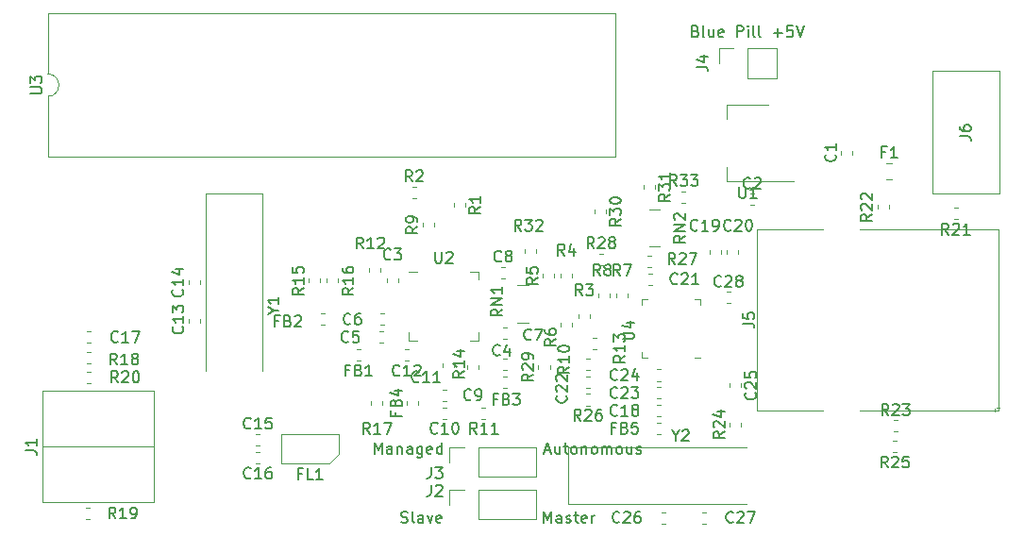
<source format=gbr>
G04 #@! TF.GenerationSoftware,KiCad,Pcbnew,(5.1.2-1)-1*
G04 #@! TF.CreationDate,2019-06-14T19:54:31-04:00*
G04 #@! TF.ProjectId,100base-t1-converter,31303062-6173-4652-9d74-312d636f6e76,rev?*
G04 #@! TF.SameCoordinates,Original*
G04 #@! TF.FileFunction,Legend,Top*
G04 #@! TF.FilePolarity,Positive*
%FSLAX46Y46*%
G04 Gerber Fmt 4.6, Leading zero omitted, Abs format (unit mm)*
G04 Created by KiCad (PCBNEW (5.1.2-1)-1) date 2019-06-14 19:54:31*
%MOMM*%
%LPD*%
G04 APERTURE LIST*
%ADD10C,0.150000*%
%ADD11C,0.120000*%
G04 APERTURE END LIST*
D10*
X225180952Y-76328571D02*
X225323809Y-76376190D01*
X225371428Y-76423809D01*
X225419047Y-76519047D01*
X225419047Y-76661904D01*
X225371428Y-76757142D01*
X225323809Y-76804761D01*
X225228571Y-76852380D01*
X224847619Y-76852380D01*
X224847619Y-75852380D01*
X225180952Y-75852380D01*
X225276190Y-75900000D01*
X225323809Y-75947619D01*
X225371428Y-76042857D01*
X225371428Y-76138095D01*
X225323809Y-76233333D01*
X225276190Y-76280952D01*
X225180952Y-76328571D01*
X224847619Y-76328571D01*
X225990476Y-76852380D02*
X225895238Y-76804761D01*
X225847619Y-76709523D01*
X225847619Y-75852380D01*
X226800000Y-76185714D02*
X226800000Y-76852380D01*
X226371428Y-76185714D02*
X226371428Y-76709523D01*
X226419047Y-76804761D01*
X226514285Y-76852380D01*
X226657142Y-76852380D01*
X226752380Y-76804761D01*
X226800000Y-76757142D01*
X227657142Y-76804761D02*
X227561904Y-76852380D01*
X227371428Y-76852380D01*
X227276190Y-76804761D01*
X227228571Y-76709523D01*
X227228571Y-76328571D01*
X227276190Y-76233333D01*
X227371428Y-76185714D01*
X227561904Y-76185714D01*
X227657142Y-76233333D01*
X227704761Y-76328571D01*
X227704761Y-76423809D01*
X227228571Y-76519047D01*
X228895238Y-76852380D02*
X228895238Y-75852380D01*
X229276190Y-75852380D01*
X229371428Y-75900000D01*
X229419047Y-75947619D01*
X229466666Y-76042857D01*
X229466666Y-76185714D01*
X229419047Y-76280952D01*
X229371428Y-76328571D01*
X229276190Y-76376190D01*
X228895238Y-76376190D01*
X229895238Y-76852380D02*
X229895238Y-76185714D01*
X229895238Y-75852380D02*
X229847619Y-75900000D01*
X229895238Y-75947619D01*
X229942857Y-75900000D01*
X229895238Y-75852380D01*
X229895238Y-75947619D01*
X230514285Y-76852380D02*
X230419047Y-76804761D01*
X230371428Y-76709523D01*
X230371428Y-75852380D01*
X231038095Y-76852380D02*
X230942857Y-76804761D01*
X230895238Y-76709523D01*
X230895238Y-75852380D01*
X232180952Y-76471428D02*
X232942857Y-76471428D01*
X232561904Y-76852380D02*
X232561904Y-76090476D01*
X233895238Y-75852380D02*
X233419047Y-75852380D01*
X233371428Y-76328571D01*
X233419047Y-76280952D01*
X233514285Y-76233333D01*
X233752380Y-76233333D01*
X233847619Y-76280952D01*
X233895238Y-76328571D01*
X233942857Y-76423809D01*
X233942857Y-76661904D01*
X233895238Y-76757142D01*
X233847619Y-76804761D01*
X233752380Y-76852380D01*
X233514285Y-76852380D01*
X233419047Y-76804761D01*
X233371428Y-76757142D01*
X234228571Y-75852380D02*
X234561904Y-76852380D01*
X234895238Y-75852380D01*
X198790476Y-120404761D02*
X198933333Y-120452380D01*
X199171428Y-120452380D01*
X199266666Y-120404761D01*
X199314285Y-120357142D01*
X199361904Y-120261904D01*
X199361904Y-120166666D01*
X199314285Y-120071428D01*
X199266666Y-120023809D01*
X199171428Y-119976190D01*
X198980952Y-119928571D01*
X198885714Y-119880952D01*
X198838095Y-119833333D01*
X198790476Y-119738095D01*
X198790476Y-119642857D01*
X198838095Y-119547619D01*
X198885714Y-119500000D01*
X198980952Y-119452380D01*
X199219047Y-119452380D01*
X199361904Y-119500000D01*
X199933333Y-120452380D02*
X199838095Y-120404761D01*
X199790476Y-120309523D01*
X199790476Y-119452380D01*
X200742857Y-120452380D02*
X200742857Y-119928571D01*
X200695238Y-119833333D01*
X200600000Y-119785714D01*
X200409523Y-119785714D01*
X200314285Y-119833333D01*
X200742857Y-120404761D02*
X200647619Y-120452380D01*
X200409523Y-120452380D01*
X200314285Y-120404761D01*
X200266666Y-120309523D01*
X200266666Y-120214285D01*
X200314285Y-120119047D01*
X200409523Y-120071428D01*
X200647619Y-120071428D01*
X200742857Y-120023809D01*
X201123809Y-119785714D02*
X201361904Y-120452380D01*
X201600000Y-119785714D01*
X202361904Y-120404761D02*
X202266666Y-120452380D01*
X202076190Y-120452380D01*
X201980952Y-120404761D01*
X201933333Y-120309523D01*
X201933333Y-119928571D01*
X201980952Y-119833333D01*
X202076190Y-119785714D01*
X202266666Y-119785714D01*
X202361904Y-119833333D01*
X202409523Y-119928571D01*
X202409523Y-120023809D01*
X201933333Y-120119047D01*
X211585714Y-120452380D02*
X211585714Y-119452380D01*
X211919047Y-120166666D01*
X212252380Y-119452380D01*
X212252380Y-120452380D01*
X213157142Y-120452380D02*
X213157142Y-119928571D01*
X213109523Y-119833333D01*
X213014285Y-119785714D01*
X212823809Y-119785714D01*
X212728571Y-119833333D01*
X213157142Y-120404761D02*
X213061904Y-120452380D01*
X212823809Y-120452380D01*
X212728571Y-120404761D01*
X212680952Y-120309523D01*
X212680952Y-120214285D01*
X212728571Y-120119047D01*
X212823809Y-120071428D01*
X213061904Y-120071428D01*
X213157142Y-120023809D01*
X213585714Y-120404761D02*
X213680952Y-120452380D01*
X213871428Y-120452380D01*
X213966666Y-120404761D01*
X214014285Y-120309523D01*
X214014285Y-120261904D01*
X213966666Y-120166666D01*
X213871428Y-120119047D01*
X213728571Y-120119047D01*
X213633333Y-120071428D01*
X213585714Y-119976190D01*
X213585714Y-119928571D01*
X213633333Y-119833333D01*
X213728571Y-119785714D01*
X213871428Y-119785714D01*
X213966666Y-119833333D01*
X214300000Y-119785714D02*
X214680952Y-119785714D01*
X214442857Y-119452380D02*
X214442857Y-120309523D01*
X214490476Y-120404761D01*
X214585714Y-120452380D01*
X214680952Y-120452380D01*
X215395238Y-120404761D02*
X215300000Y-120452380D01*
X215109523Y-120452380D01*
X215014285Y-120404761D01*
X214966666Y-120309523D01*
X214966666Y-119928571D01*
X215014285Y-119833333D01*
X215109523Y-119785714D01*
X215300000Y-119785714D01*
X215395238Y-119833333D01*
X215442857Y-119928571D01*
X215442857Y-120023809D01*
X214966666Y-120119047D01*
X215871428Y-120452380D02*
X215871428Y-119785714D01*
X215871428Y-119976190D02*
X215919047Y-119880952D01*
X215966666Y-119833333D01*
X216061904Y-119785714D01*
X216157142Y-119785714D01*
X196376190Y-114252380D02*
X196376190Y-113252380D01*
X196709523Y-113966666D01*
X197042857Y-113252380D01*
X197042857Y-114252380D01*
X197947619Y-114252380D02*
X197947619Y-113728571D01*
X197900000Y-113633333D01*
X197804761Y-113585714D01*
X197614285Y-113585714D01*
X197519047Y-113633333D01*
X197947619Y-114204761D02*
X197852380Y-114252380D01*
X197614285Y-114252380D01*
X197519047Y-114204761D01*
X197471428Y-114109523D01*
X197471428Y-114014285D01*
X197519047Y-113919047D01*
X197614285Y-113871428D01*
X197852380Y-113871428D01*
X197947619Y-113823809D01*
X198423809Y-113585714D02*
X198423809Y-114252380D01*
X198423809Y-113680952D02*
X198471428Y-113633333D01*
X198566666Y-113585714D01*
X198709523Y-113585714D01*
X198804761Y-113633333D01*
X198852380Y-113728571D01*
X198852380Y-114252380D01*
X199757142Y-114252380D02*
X199757142Y-113728571D01*
X199709523Y-113633333D01*
X199614285Y-113585714D01*
X199423809Y-113585714D01*
X199328571Y-113633333D01*
X199757142Y-114204761D02*
X199661904Y-114252380D01*
X199423809Y-114252380D01*
X199328571Y-114204761D01*
X199280952Y-114109523D01*
X199280952Y-114014285D01*
X199328571Y-113919047D01*
X199423809Y-113871428D01*
X199661904Y-113871428D01*
X199757142Y-113823809D01*
X200661904Y-113585714D02*
X200661904Y-114395238D01*
X200614285Y-114490476D01*
X200566666Y-114538095D01*
X200471428Y-114585714D01*
X200328571Y-114585714D01*
X200233333Y-114538095D01*
X200661904Y-114204761D02*
X200566666Y-114252380D01*
X200376190Y-114252380D01*
X200280952Y-114204761D01*
X200233333Y-114157142D01*
X200185714Y-114061904D01*
X200185714Y-113776190D01*
X200233333Y-113680952D01*
X200280952Y-113633333D01*
X200376190Y-113585714D01*
X200566666Y-113585714D01*
X200661904Y-113633333D01*
X201519047Y-114204761D02*
X201423809Y-114252380D01*
X201233333Y-114252380D01*
X201138095Y-114204761D01*
X201090476Y-114109523D01*
X201090476Y-113728571D01*
X201138095Y-113633333D01*
X201233333Y-113585714D01*
X201423809Y-113585714D01*
X201519047Y-113633333D01*
X201566666Y-113728571D01*
X201566666Y-113823809D01*
X201090476Y-113919047D01*
X202423809Y-114252380D02*
X202423809Y-113252380D01*
X202423809Y-114204761D02*
X202328571Y-114252380D01*
X202138095Y-114252380D01*
X202042857Y-114204761D01*
X201995238Y-114157142D01*
X201947619Y-114061904D01*
X201947619Y-113776190D01*
X201995238Y-113680952D01*
X202042857Y-113633333D01*
X202138095Y-113585714D01*
X202328571Y-113585714D01*
X202423809Y-113633333D01*
X211690476Y-113966666D02*
X212166666Y-113966666D01*
X211595238Y-114252380D02*
X211928571Y-113252380D01*
X212261904Y-114252380D01*
X213023809Y-113585714D02*
X213023809Y-114252380D01*
X212595238Y-113585714D02*
X212595238Y-114109523D01*
X212642857Y-114204761D01*
X212738095Y-114252380D01*
X212880952Y-114252380D01*
X212976190Y-114204761D01*
X213023809Y-114157142D01*
X213357142Y-113585714D02*
X213738095Y-113585714D01*
X213500000Y-113252380D02*
X213500000Y-114109523D01*
X213547619Y-114204761D01*
X213642857Y-114252380D01*
X213738095Y-114252380D01*
X214214285Y-114252380D02*
X214119047Y-114204761D01*
X214071428Y-114157142D01*
X214023809Y-114061904D01*
X214023809Y-113776190D01*
X214071428Y-113680952D01*
X214119047Y-113633333D01*
X214214285Y-113585714D01*
X214357142Y-113585714D01*
X214452380Y-113633333D01*
X214500000Y-113680952D01*
X214547619Y-113776190D01*
X214547619Y-114061904D01*
X214500000Y-114157142D01*
X214452380Y-114204761D01*
X214357142Y-114252380D01*
X214214285Y-114252380D01*
X214976190Y-113585714D02*
X214976190Y-114252380D01*
X214976190Y-113680952D02*
X215023809Y-113633333D01*
X215119047Y-113585714D01*
X215261904Y-113585714D01*
X215357142Y-113633333D01*
X215404761Y-113728571D01*
X215404761Y-114252380D01*
X216023809Y-114252380D02*
X215928571Y-114204761D01*
X215880952Y-114157142D01*
X215833333Y-114061904D01*
X215833333Y-113776190D01*
X215880952Y-113680952D01*
X215928571Y-113633333D01*
X216023809Y-113585714D01*
X216166666Y-113585714D01*
X216261904Y-113633333D01*
X216309523Y-113680952D01*
X216357142Y-113776190D01*
X216357142Y-114061904D01*
X216309523Y-114157142D01*
X216261904Y-114204761D01*
X216166666Y-114252380D01*
X216023809Y-114252380D01*
X216785714Y-114252380D02*
X216785714Y-113585714D01*
X216785714Y-113680952D02*
X216833333Y-113633333D01*
X216928571Y-113585714D01*
X217071428Y-113585714D01*
X217166666Y-113633333D01*
X217214285Y-113728571D01*
X217214285Y-114252380D01*
X217214285Y-113728571D02*
X217261904Y-113633333D01*
X217357142Y-113585714D01*
X217500000Y-113585714D01*
X217595238Y-113633333D01*
X217642857Y-113728571D01*
X217642857Y-114252380D01*
X218261904Y-114252380D02*
X218166666Y-114204761D01*
X218119047Y-114157142D01*
X218071428Y-114061904D01*
X218071428Y-113776190D01*
X218119047Y-113680952D01*
X218166666Y-113633333D01*
X218261904Y-113585714D01*
X218404761Y-113585714D01*
X218500000Y-113633333D01*
X218547619Y-113680952D01*
X218595238Y-113776190D01*
X218595238Y-114061904D01*
X218547619Y-114157142D01*
X218500000Y-114204761D01*
X218404761Y-114252380D01*
X218261904Y-114252380D01*
X219452380Y-113585714D02*
X219452380Y-114252380D01*
X219023809Y-113585714D02*
X219023809Y-114109523D01*
X219071428Y-114204761D01*
X219166666Y-114252380D01*
X219309523Y-114252380D01*
X219404761Y-114204761D01*
X219452380Y-114157142D01*
X219880952Y-114204761D02*
X219976190Y-114252380D01*
X220166666Y-114252380D01*
X220261904Y-114204761D01*
X220309523Y-114109523D01*
X220309523Y-114061904D01*
X220261904Y-113966666D01*
X220166666Y-113919047D01*
X220023809Y-113919047D01*
X219928571Y-113871428D01*
X219880952Y-113776190D01*
X219880952Y-113728571D01*
X219928571Y-113633333D01*
X220023809Y-113585714D01*
X220166666Y-113585714D01*
X220261904Y-113633333D01*
D11*
X252210000Y-110140000D02*
X252460000Y-110140000D01*
X252060000Y-110240000D02*
X252060000Y-110490000D01*
X239880000Y-94120000D02*
X252330000Y-94120000D01*
X252330000Y-94120000D02*
X252330000Y-110360000D01*
X239880000Y-110360000D02*
X252330000Y-110360000D01*
X230690000Y-110360000D02*
X236600000Y-110360000D01*
X230690000Y-94120000D02*
X236600000Y-94120000D01*
X230690000Y-110360000D02*
X230690000Y-94120000D01*
X213090000Y-98446267D02*
X213090000Y-98103733D01*
X214110000Y-98446267D02*
X214110000Y-98103733D01*
X220953733Y-98090000D02*
X221296267Y-98090000D01*
X220953733Y-99110000D02*
X221296267Y-99110000D01*
X226490000Y-95953733D02*
X226490000Y-96296267D01*
X227510000Y-95953733D02*
X227510000Y-96296267D01*
X238250000Y-87406267D02*
X238250000Y-87063733D01*
X239270000Y-87406267D02*
X239270000Y-87063733D01*
X230093733Y-90930000D02*
X230436267Y-90930000D01*
X230093733Y-91950000D02*
X230436267Y-91950000D01*
X198510000Y-98896267D02*
X198510000Y-98553733D01*
X197490000Y-98896267D02*
X197490000Y-98553733D01*
X208246267Y-106710000D02*
X207903733Y-106710000D01*
X208246267Y-105690000D02*
X207903733Y-105690000D01*
X196828733Y-103290000D02*
X197171267Y-103290000D01*
X196828733Y-104310000D02*
X197171267Y-104310000D01*
X196903733Y-102710000D02*
X197246267Y-102710000D01*
X196903733Y-101690000D02*
X197246267Y-101690000D01*
X208246267Y-102890000D02*
X207903733Y-102890000D01*
X208246267Y-103910000D02*
X207903733Y-103910000D01*
X207753733Y-97490000D02*
X208096267Y-97490000D01*
X207753733Y-98510000D02*
X208096267Y-98510000D01*
X202503733Y-109510000D02*
X202846267Y-109510000D01*
X202503733Y-108490000D02*
X202846267Y-108490000D01*
X202503733Y-110090000D02*
X202846267Y-110090000D01*
X202503733Y-111110000D02*
X202846267Y-111110000D01*
X202490000Y-106446267D02*
X202490000Y-106103733D01*
X203510000Y-106446267D02*
X203510000Y-106103733D01*
X199446267Y-105910000D02*
X199103733Y-105910000D01*
X199446267Y-104890000D02*
X199103733Y-104890000D01*
X180710000Y-102153733D02*
X180710000Y-102496267D01*
X179690000Y-102153733D02*
X179690000Y-102496267D01*
X180710000Y-99046267D02*
X180710000Y-98703733D01*
X179690000Y-99046267D02*
X179690000Y-98703733D01*
X185753733Y-113510000D02*
X186096267Y-113510000D01*
X185753733Y-112490000D02*
X186096267Y-112490000D01*
X186096267Y-115110000D02*
X185753733Y-115110000D01*
X186096267Y-114090000D02*
X185753733Y-114090000D01*
X170553733Y-103290000D02*
X170896267Y-103290000D01*
X170553733Y-104310000D02*
X170896267Y-104310000D01*
X221753733Y-110910000D02*
X222096267Y-110910000D01*
X221753733Y-109890000D02*
X222096267Y-109890000D01*
X229010000Y-95953733D02*
X229010000Y-96296267D01*
X227990000Y-95953733D02*
X227990000Y-96296267D01*
X215696267Y-108310000D02*
X215353733Y-108310000D01*
X215696267Y-107290000D02*
X215353733Y-107290000D01*
X221753733Y-108290000D02*
X222096267Y-108290000D01*
X221753733Y-109310000D02*
X222096267Y-109310000D01*
X221753733Y-106690000D02*
X222096267Y-106690000D01*
X221753733Y-107710000D02*
X222096267Y-107710000D01*
X229260000Y-107953733D02*
X229260000Y-108296267D01*
X228240000Y-107953733D02*
X228240000Y-108296267D01*
X222446267Y-119490000D02*
X222103733Y-119490000D01*
X222446267Y-120510000D02*
X222103733Y-120510000D01*
X225753733Y-119490000D02*
X226096267Y-119490000D01*
X225753733Y-120510000D02*
X226096267Y-120510000D01*
X242308748Y-88190000D02*
X242831252Y-88190000D01*
X242308748Y-89610000D02*
X242831252Y-89610000D01*
X195096267Y-104890000D02*
X194753733Y-104890000D01*
X195096267Y-105910000D02*
X194753733Y-105910000D01*
X191896267Y-102710000D02*
X191553733Y-102710000D01*
X191896267Y-101690000D02*
X191553733Y-101690000D01*
X207903733Y-107290000D02*
X208246267Y-107290000D01*
X207903733Y-108310000D02*
X208246267Y-108310000D01*
X199290000Y-109846267D02*
X199290000Y-109503733D01*
X200310000Y-109846267D02*
X200310000Y-109503733D01*
X222096267Y-111490000D02*
X221753733Y-111490000D01*
X222096267Y-112510000D02*
X221753733Y-112510000D01*
X193150000Y-114300000D02*
X192350000Y-115100000D01*
X192350000Y-115100000D02*
X188050000Y-115100000D01*
X188050000Y-115100000D02*
X188050000Y-112500000D01*
X188050000Y-112500000D02*
X193150000Y-112500000D01*
X193150000Y-112500000D02*
X193150000Y-114300000D01*
X176600000Y-108600000D02*
X176600000Y-118600000D01*
X176600000Y-118600000D02*
X166600000Y-118600000D01*
X166600000Y-118600000D02*
X166600000Y-108600000D01*
X166600000Y-108600000D02*
X176600000Y-108600000D01*
X176600000Y-113600000D02*
X166600000Y-113600000D01*
X203130000Y-118800000D02*
X203130000Y-117470000D01*
X203130000Y-117470000D02*
X204460000Y-117470000D01*
X205730000Y-117470000D02*
X210870000Y-117470000D01*
X210870000Y-120130000D02*
X210870000Y-117470000D01*
X205730000Y-120130000D02*
X210870000Y-120130000D01*
X205730000Y-120130000D02*
X205730000Y-117470000D01*
X205730000Y-116330000D02*
X205730000Y-113670000D01*
X205730000Y-116330000D02*
X210870000Y-116330000D01*
X210870000Y-116330000D02*
X210870000Y-113670000D01*
X205730000Y-113670000D02*
X210870000Y-113670000D01*
X203130000Y-113670000D02*
X204460000Y-113670000D01*
X203130000Y-115000000D02*
X203130000Y-113670000D01*
X229870000Y-80530000D02*
X229870000Y-77870000D01*
X229870000Y-80530000D02*
X232470000Y-80530000D01*
X232470000Y-80530000D02*
X232470000Y-77870000D01*
X229870000Y-77870000D02*
X232470000Y-77870000D01*
X227270000Y-77870000D02*
X228600000Y-77870000D01*
X227270000Y-79200000D02*
X227270000Y-77870000D01*
X246420000Y-90920000D02*
X252420000Y-90920000D01*
X246420000Y-79920000D02*
X246420000Y-90920000D01*
X252420000Y-79920000D02*
X246420000Y-79920000D01*
X252420000Y-90920000D02*
X252420000Y-79920000D01*
X203490000Y-91753733D02*
X203490000Y-92096267D01*
X204510000Y-91753733D02*
X204510000Y-92096267D01*
X199753733Y-90290000D02*
X200096267Y-90290000D01*
X199753733Y-91310000D02*
X200096267Y-91310000D01*
X214690000Y-102046267D02*
X214690000Y-101703733D01*
X215710000Y-102046267D02*
X215710000Y-101703733D01*
X212510000Y-98446267D02*
X212510000Y-98103733D01*
X211490000Y-98446267D02*
X211490000Y-98103733D01*
X213090000Y-102846267D02*
X213090000Y-102503733D01*
X214110000Y-102846267D02*
X214110000Y-102503733D01*
X218090000Y-100246267D02*
X218090000Y-99903733D01*
X219110000Y-100246267D02*
X219110000Y-99903733D01*
X217510000Y-100246267D02*
X217510000Y-99903733D01*
X216490000Y-100246267D02*
X216490000Y-99903733D01*
X201710000Y-93896267D02*
X201710000Y-93553733D01*
X200690000Y-93896267D02*
X200690000Y-93553733D01*
X215353733Y-105690000D02*
X215696267Y-105690000D01*
X215353733Y-106710000D02*
X215696267Y-106710000D01*
X206296267Y-111110000D02*
X205953733Y-111110000D01*
X206296267Y-110090000D02*
X205953733Y-110090000D01*
X195890000Y-97896267D02*
X195890000Y-97553733D01*
X196910000Y-97896267D02*
X196910000Y-97553733D01*
X215953733Y-103890000D02*
X216296267Y-103890000D01*
X215953733Y-104910000D02*
X216296267Y-104910000D01*
X205710000Y-106303733D02*
X205710000Y-106646267D01*
X204690000Y-106303733D02*
X204690000Y-106646267D01*
X191510000Y-98896267D02*
X191510000Y-98553733D01*
X190490000Y-98896267D02*
X190490000Y-98553733D01*
X193110000Y-98553733D02*
X193110000Y-98896267D01*
X192090000Y-98553733D02*
X192090000Y-98896267D01*
X196090000Y-109553733D02*
X196090000Y-109896267D01*
X197110000Y-109553733D02*
X197110000Y-109896267D01*
X170896267Y-106110000D02*
X170553733Y-106110000D01*
X170896267Y-105090000D02*
X170553733Y-105090000D01*
X170503733Y-119090000D02*
X170846267Y-119090000D01*
X170503733Y-120110000D02*
X170846267Y-120110000D01*
X170553733Y-107910000D02*
X170896267Y-107910000D01*
X170553733Y-106890000D02*
X170896267Y-106890000D01*
X248696267Y-93220000D02*
X248353733Y-93220000D01*
X248696267Y-92200000D02*
X248353733Y-92200000D01*
X242510000Y-92296267D02*
X242510000Y-91953733D01*
X241490000Y-92296267D02*
X241490000Y-91953733D01*
X242953733Y-112270000D02*
X243296267Y-112270000D01*
X242953733Y-111250000D02*
X243296267Y-111250000D01*
X229260000Y-111796267D02*
X229260000Y-111453733D01*
X228240000Y-111796267D02*
X228240000Y-111453733D01*
X243246267Y-114110000D02*
X242903733Y-114110000D01*
X243246267Y-113090000D02*
X242903733Y-113090000D01*
X215696267Y-109910000D02*
X215353733Y-109910000D01*
X215696267Y-108890000D02*
X215353733Y-108890000D01*
X220903733Y-96490000D02*
X221246267Y-96490000D01*
X220903733Y-97510000D02*
X221246267Y-97510000D01*
X216553733Y-97310000D02*
X216896267Y-97310000D01*
X216553733Y-96290000D02*
X216896267Y-96290000D01*
X212110000Y-106646267D02*
X212110000Y-106303733D01*
X211090000Y-106646267D02*
X211090000Y-106303733D01*
X217110000Y-92353733D02*
X217110000Y-92696267D01*
X216090000Y-92353733D02*
X216090000Y-92696267D01*
X220490000Y-90153733D02*
X220490000Y-90496267D01*
X221510000Y-90153733D02*
X221510000Y-90496267D01*
X210910000Y-96246267D02*
X210910000Y-95903733D01*
X209890000Y-96246267D02*
X209890000Y-95903733D01*
X223953733Y-91710000D02*
X224296267Y-91710000D01*
X223953733Y-90690000D02*
X224296267Y-90690000D01*
X227960000Y-82950000D02*
X227960000Y-84210000D01*
X227960000Y-89770000D02*
X227960000Y-88510000D01*
X231720000Y-82950000D02*
X227960000Y-82950000D01*
X233970000Y-89770000D02*
X227960000Y-89770000D01*
X204985000Y-97890000D02*
X205710000Y-97890000D01*
X205710000Y-97890000D02*
X205710000Y-98615000D01*
X200215000Y-104110000D02*
X199490000Y-104110000D01*
X199490000Y-104110000D02*
X199490000Y-103385000D01*
X204985000Y-104110000D02*
X205710000Y-104110000D01*
X205710000Y-104110000D02*
X205710000Y-103385000D01*
X200215000Y-97890000D02*
X199490000Y-97890000D01*
X167070000Y-80180000D02*
G75*
G02X167070000Y-82180000I0J-1000000D01*
G01*
X167070000Y-82180000D02*
X167070000Y-87640000D01*
X167070000Y-87640000D02*
X217990000Y-87640000D01*
X217990000Y-87640000D02*
X217990000Y-74720000D01*
X217990000Y-74720000D02*
X167070000Y-74720000D01*
X167070000Y-74720000D02*
X167070000Y-80180000D01*
X220865000Y-105610000D02*
X220390000Y-105610000D01*
X220390000Y-105610000D02*
X220390000Y-105135000D01*
X225135000Y-100390000D02*
X225610000Y-100390000D01*
X225610000Y-100390000D02*
X225610000Y-100865000D01*
X220865000Y-100390000D02*
X220390000Y-100390000D01*
X220390000Y-100390000D02*
X220390000Y-100865000D01*
X225135000Y-105610000D02*
X225610000Y-105610000D01*
X181250000Y-90862500D02*
X181250000Y-106837500D01*
X186350000Y-90862500D02*
X181250000Y-90862500D01*
X186350000Y-106837500D02*
X186350000Y-90862500D01*
X229762500Y-113650000D02*
X213787500Y-113650000D01*
X213787500Y-113650000D02*
X213787500Y-118750000D01*
X213787500Y-118750000D02*
X229762500Y-118750000D01*
X227953733Y-99740000D02*
X228296267Y-99740000D01*
X227953733Y-100760000D02*
X228296267Y-100760000D01*
X209200000Y-102480000D02*
X210200000Y-102480000D01*
X209200000Y-99120000D02*
X210200000Y-99120000D01*
X221000000Y-95680000D02*
X222000000Y-95680000D01*
X221000000Y-92320000D02*
X222000000Y-92320000D01*
D10*
X229442380Y-102563333D02*
X230156666Y-102563333D01*
X230299523Y-102610952D01*
X230394761Y-102706190D01*
X230442380Y-102849047D01*
X230442380Y-102944285D01*
X229442380Y-101610952D02*
X229442380Y-102087142D01*
X229918571Y-102134761D01*
X229870952Y-102087142D01*
X229823333Y-101991904D01*
X229823333Y-101753809D01*
X229870952Y-101658571D01*
X229918571Y-101610952D01*
X230013809Y-101563333D01*
X230251904Y-101563333D01*
X230347142Y-101610952D01*
X230394761Y-101658571D01*
X230442380Y-101753809D01*
X230442380Y-101991904D01*
X230394761Y-102087142D01*
X230347142Y-102134761D01*
X213433333Y-96452380D02*
X213100000Y-95976190D01*
X212861904Y-96452380D02*
X212861904Y-95452380D01*
X213242857Y-95452380D01*
X213338095Y-95500000D01*
X213385714Y-95547619D01*
X213433333Y-95642857D01*
X213433333Y-95785714D01*
X213385714Y-95880952D01*
X213338095Y-95928571D01*
X213242857Y-95976190D01*
X212861904Y-95976190D01*
X214290476Y-95785714D02*
X214290476Y-96452380D01*
X214052380Y-95404761D02*
X213814285Y-96119047D01*
X214433333Y-96119047D01*
X223557142Y-98957142D02*
X223509523Y-99004761D01*
X223366666Y-99052380D01*
X223271428Y-99052380D01*
X223128571Y-99004761D01*
X223033333Y-98909523D01*
X222985714Y-98814285D01*
X222938095Y-98623809D01*
X222938095Y-98480952D01*
X222985714Y-98290476D01*
X223033333Y-98195238D01*
X223128571Y-98100000D01*
X223271428Y-98052380D01*
X223366666Y-98052380D01*
X223509523Y-98100000D01*
X223557142Y-98147619D01*
X223938095Y-98147619D02*
X223985714Y-98100000D01*
X224080952Y-98052380D01*
X224319047Y-98052380D01*
X224414285Y-98100000D01*
X224461904Y-98147619D01*
X224509523Y-98242857D01*
X224509523Y-98338095D01*
X224461904Y-98480952D01*
X223890476Y-99052380D01*
X224509523Y-99052380D01*
X225461904Y-99052380D02*
X224890476Y-99052380D01*
X225176190Y-99052380D02*
X225176190Y-98052380D01*
X225080952Y-98195238D01*
X224985714Y-98290476D01*
X224890476Y-98338095D01*
X225357142Y-94157142D02*
X225309523Y-94204761D01*
X225166666Y-94252380D01*
X225071428Y-94252380D01*
X224928571Y-94204761D01*
X224833333Y-94109523D01*
X224785714Y-94014285D01*
X224738095Y-93823809D01*
X224738095Y-93680952D01*
X224785714Y-93490476D01*
X224833333Y-93395238D01*
X224928571Y-93300000D01*
X225071428Y-93252380D01*
X225166666Y-93252380D01*
X225309523Y-93300000D01*
X225357142Y-93347619D01*
X226309523Y-94252380D02*
X225738095Y-94252380D01*
X226023809Y-94252380D02*
X226023809Y-93252380D01*
X225928571Y-93395238D01*
X225833333Y-93490476D01*
X225738095Y-93538095D01*
X226785714Y-94252380D02*
X226976190Y-94252380D01*
X227071428Y-94204761D01*
X227119047Y-94157142D01*
X227214285Y-94014285D01*
X227261904Y-93823809D01*
X227261904Y-93442857D01*
X227214285Y-93347619D01*
X227166666Y-93300000D01*
X227071428Y-93252380D01*
X226880952Y-93252380D01*
X226785714Y-93300000D01*
X226738095Y-93347619D01*
X226690476Y-93442857D01*
X226690476Y-93680952D01*
X226738095Y-93776190D01*
X226785714Y-93823809D01*
X226880952Y-93871428D01*
X227071428Y-93871428D01*
X227166666Y-93823809D01*
X227214285Y-93776190D01*
X227261904Y-93680952D01*
X237687142Y-87401666D02*
X237734761Y-87449285D01*
X237782380Y-87592142D01*
X237782380Y-87687380D01*
X237734761Y-87830238D01*
X237639523Y-87925476D01*
X237544285Y-87973095D01*
X237353809Y-88020714D01*
X237210952Y-88020714D01*
X237020476Y-87973095D01*
X236925238Y-87925476D01*
X236830000Y-87830238D01*
X236782380Y-87687380D01*
X236782380Y-87592142D01*
X236830000Y-87449285D01*
X236877619Y-87401666D01*
X237782380Y-86449285D02*
X237782380Y-87020714D01*
X237782380Y-86735000D02*
X236782380Y-86735000D01*
X236925238Y-86830238D01*
X237020476Y-86925476D01*
X237068095Y-87020714D01*
X230098333Y-90367142D02*
X230050714Y-90414761D01*
X229907857Y-90462380D01*
X229812619Y-90462380D01*
X229669761Y-90414761D01*
X229574523Y-90319523D01*
X229526904Y-90224285D01*
X229479285Y-90033809D01*
X229479285Y-89890952D01*
X229526904Y-89700476D01*
X229574523Y-89605238D01*
X229669761Y-89510000D01*
X229812619Y-89462380D01*
X229907857Y-89462380D01*
X230050714Y-89510000D01*
X230098333Y-89557619D01*
X230479285Y-89557619D02*
X230526904Y-89510000D01*
X230622142Y-89462380D01*
X230860238Y-89462380D01*
X230955476Y-89510000D01*
X231003095Y-89557619D01*
X231050714Y-89652857D01*
X231050714Y-89748095D01*
X231003095Y-89890952D01*
X230431666Y-90462380D01*
X231050714Y-90462380D01*
X197833333Y-96757142D02*
X197785714Y-96804761D01*
X197642857Y-96852380D01*
X197547619Y-96852380D01*
X197404761Y-96804761D01*
X197309523Y-96709523D01*
X197261904Y-96614285D01*
X197214285Y-96423809D01*
X197214285Y-96280952D01*
X197261904Y-96090476D01*
X197309523Y-95995238D01*
X197404761Y-95900000D01*
X197547619Y-95852380D01*
X197642857Y-95852380D01*
X197785714Y-95900000D01*
X197833333Y-95947619D01*
X198166666Y-95852380D02*
X198785714Y-95852380D01*
X198452380Y-96233333D01*
X198595238Y-96233333D01*
X198690476Y-96280952D01*
X198738095Y-96328571D01*
X198785714Y-96423809D01*
X198785714Y-96661904D01*
X198738095Y-96757142D01*
X198690476Y-96804761D01*
X198595238Y-96852380D01*
X198309523Y-96852380D01*
X198214285Y-96804761D01*
X198166666Y-96757142D01*
X207633333Y-105357142D02*
X207585714Y-105404761D01*
X207442857Y-105452380D01*
X207347619Y-105452380D01*
X207204761Y-105404761D01*
X207109523Y-105309523D01*
X207061904Y-105214285D01*
X207014285Y-105023809D01*
X207014285Y-104880952D01*
X207061904Y-104690476D01*
X207109523Y-104595238D01*
X207204761Y-104500000D01*
X207347619Y-104452380D01*
X207442857Y-104452380D01*
X207585714Y-104500000D01*
X207633333Y-104547619D01*
X208490476Y-104785714D02*
X208490476Y-105452380D01*
X208252380Y-104404761D02*
X208014285Y-105119047D01*
X208633333Y-105119047D01*
X194033333Y-104157142D02*
X193985714Y-104204761D01*
X193842857Y-104252380D01*
X193747619Y-104252380D01*
X193604761Y-104204761D01*
X193509523Y-104109523D01*
X193461904Y-104014285D01*
X193414285Y-103823809D01*
X193414285Y-103680952D01*
X193461904Y-103490476D01*
X193509523Y-103395238D01*
X193604761Y-103300000D01*
X193747619Y-103252380D01*
X193842857Y-103252380D01*
X193985714Y-103300000D01*
X194033333Y-103347619D01*
X194938095Y-103252380D02*
X194461904Y-103252380D01*
X194414285Y-103728571D01*
X194461904Y-103680952D01*
X194557142Y-103633333D01*
X194795238Y-103633333D01*
X194890476Y-103680952D01*
X194938095Y-103728571D01*
X194985714Y-103823809D01*
X194985714Y-104061904D01*
X194938095Y-104157142D01*
X194890476Y-104204761D01*
X194795238Y-104252380D01*
X194557142Y-104252380D01*
X194461904Y-104204761D01*
X194414285Y-104157142D01*
X194233333Y-102557142D02*
X194185714Y-102604761D01*
X194042857Y-102652380D01*
X193947619Y-102652380D01*
X193804761Y-102604761D01*
X193709523Y-102509523D01*
X193661904Y-102414285D01*
X193614285Y-102223809D01*
X193614285Y-102080952D01*
X193661904Y-101890476D01*
X193709523Y-101795238D01*
X193804761Y-101700000D01*
X193947619Y-101652380D01*
X194042857Y-101652380D01*
X194185714Y-101700000D01*
X194233333Y-101747619D01*
X195090476Y-101652380D02*
X194900000Y-101652380D01*
X194804761Y-101700000D01*
X194757142Y-101747619D01*
X194661904Y-101890476D01*
X194614285Y-102080952D01*
X194614285Y-102461904D01*
X194661904Y-102557142D01*
X194709523Y-102604761D01*
X194804761Y-102652380D01*
X194995238Y-102652380D01*
X195090476Y-102604761D01*
X195138095Y-102557142D01*
X195185714Y-102461904D01*
X195185714Y-102223809D01*
X195138095Y-102128571D01*
X195090476Y-102080952D01*
X194995238Y-102033333D01*
X194804761Y-102033333D01*
X194709523Y-102080952D01*
X194661904Y-102128571D01*
X194614285Y-102223809D01*
X210433333Y-103957142D02*
X210385714Y-104004761D01*
X210242857Y-104052380D01*
X210147619Y-104052380D01*
X210004761Y-104004761D01*
X209909523Y-103909523D01*
X209861904Y-103814285D01*
X209814285Y-103623809D01*
X209814285Y-103480952D01*
X209861904Y-103290476D01*
X209909523Y-103195238D01*
X210004761Y-103100000D01*
X210147619Y-103052380D01*
X210242857Y-103052380D01*
X210385714Y-103100000D01*
X210433333Y-103147619D01*
X210766666Y-103052380D02*
X211433333Y-103052380D01*
X211004761Y-104052380D01*
X207758333Y-96927142D02*
X207710714Y-96974761D01*
X207567857Y-97022380D01*
X207472619Y-97022380D01*
X207329761Y-96974761D01*
X207234523Y-96879523D01*
X207186904Y-96784285D01*
X207139285Y-96593809D01*
X207139285Y-96450952D01*
X207186904Y-96260476D01*
X207234523Y-96165238D01*
X207329761Y-96070000D01*
X207472619Y-96022380D01*
X207567857Y-96022380D01*
X207710714Y-96070000D01*
X207758333Y-96117619D01*
X208329761Y-96450952D02*
X208234523Y-96403333D01*
X208186904Y-96355714D01*
X208139285Y-96260476D01*
X208139285Y-96212857D01*
X208186904Y-96117619D01*
X208234523Y-96070000D01*
X208329761Y-96022380D01*
X208520238Y-96022380D01*
X208615476Y-96070000D01*
X208663095Y-96117619D01*
X208710714Y-96212857D01*
X208710714Y-96260476D01*
X208663095Y-96355714D01*
X208615476Y-96403333D01*
X208520238Y-96450952D01*
X208329761Y-96450952D01*
X208234523Y-96498571D01*
X208186904Y-96546190D01*
X208139285Y-96641428D01*
X208139285Y-96831904D01*
X208186904Y-96927142D01*
X208234523Y-96974761D01*
X208329761Y-97022380D01*
X208520238Y-97022380D01*
X208615476Y-96974761D01*
X208663095Y-96927142D01*
X208710714Y-96831904D01*
X208710714Y-96641428D01*
X208663095Y-96546190D01*
X208615476Y-96498571D01*
X208520238Y-96450952D01*
X205033333Y-109357142D02*
X204985714Y-109404761D01*
X204842857Y-109452380D01*
X204747619Y-109452380D01*
X204604761Y-109404761D01*
X204509523Y-109309523D01*
X204461904Y-109214285D01*
X204414285Y-109023809D01*
X204414285Y-108880952D01*
X204461904Y-108690476D01*
X204509523Y-108595238D01*
X204604761Y-108500000D01*
X204747619Y-108452380D01*
X204842857Y-108452380D01*
X204985714Y-108500000D01*
X205033333Y-108547619D01*
X205509523Y-109452380D02*
X205700000Y-109452380D01*
X205795238Y-109404761D01*
X205842857Y-109357142D01*
X205938095Y-109214285D01*
X205985714Y-109023809D01*
X205985714Y-108642857D01*
X205938095Y-108547619D01*
X205890476Y-108500000D01*
X205795238Y-108452380D01*
X205604761Y-108452380D01*
X205509523Y-108500000D01*
X205461904Y-108547619D01*
X205414285Y-108642857D01*
X205414285Y-108880952D01*
X205461904Y-108976190D01*
X205509523Y-109023809D01*
X205604761Y-109071428D01*
X205795238Y-109071428D01*
X205890476Y-109023809D01*
X205938095Y-108976190D01*
X205985714Y-108880952D01*
X202032142Y-112357142D02*
X201984523Y-112404761D01*
X201841666Y-112452380D01*
X201746428Y-112452380D01*
X201603571Y-112404761D01*
X201508333Y-112309523D01*
X201460714Y-112214285D01*
X201413095Y-112023809D01*
X201413095Y-111880952D01*
X201460714Y-111690476D01*
X201508333Y-111595238D01*
X201603571Y-111500000D01*
X201746428Y-111452380D01*
X201841666Y-111452380D01*
X201984523Y-111500000D01*
X202032142Y-111547619D01*
X202984523Y-112452380D02*
X202413095Y-112452380D01*
X202698809Y-112452380D02*
X202698809Y-111452380D01*
X202603571Y-111595238D01*
X202508333Y-111690476D01*
X202413095Y-111738095D01*
X203603571Y-111452380D02*
X203698809Y-111452380D01*
X203794047Y-111500000D01*
X203841666Y-111547619D01*
X203889285Y-111642857D01*
X203936904Y-111833333D01*
X203936904Y-112071428D01*
X203889285Y-112261904D01*
X203841666Y-112357142D01*
X203794047Y-112404761D01*
X203698809Y-112452380D01*
X203603571Y-112452380D01*
X203508333Y-112404761D01*
X203460714Y-112357142D01*
X203413095Y-112261904D01*
X203365476Y-112071428D01*
X203365476Y-111833333D01*
X203413095Y-111642857D01*
X203460714Y-111547619D01*
X203508333Y-111500000D01*
X203603571Y-111452380D01*
X200357142Y-107757142D02*
X200309523Y-107804761D01*
X200166666Y-107852380D01*
X200071428Y-107852380D01*
X199928571Y-107804761D01*
X199833333Y-107709523D01*
X199785714Y-107614285D01*
X199738095Y-107423809D01*
X199738095Y-107280952D01*
X199785714Y-107090476D01*
X199833333Y-106995238D01*
X199928571Y-106900000D01*
X200071428Y-106852380D01*
X200166666Y-106852380D01*
X200309523Y-106900000D01*
X200357142Y-106947619D01*
X201309523Y-107852380D02*
X200738095Y-107852380D01*
X201023809Y-107852380D02*
X201023809Y-106852380D01*
X200928571Y-106995238D01*
X200833333Y-107090476D01*
X200738095Y-107138095D01*
X202261904Y-107852380D02*
X201690476Y-107852380D01*
X201976190Y-107852380D02*
X201976190Y-106852380D01*
X201880952Y-106995238D01*
X201785714Y-107090476D01*
X201690476Y-107138095D01*
X198632142Y-107187142D02*
X198584523Y-107234761D01*
X198441666Y-107282380D01*
X198346428Y-107282380D01*
X198203571Y-107234761D01*
X198108333Y-107139523D01*
X198060714Y-107044285D01*
X198013095Y-106853809D01*
X198013095Y-106710952D01*
X198060714Y-106520476D01*
X198108333Y-106425238D01*
X198203571Y-106330000D01*
X198346428Y-106282380D01*
X198441666Y-106282380D01*
X198584523Y-106330000D01*
X198632142Y-106377619D01*
X199584523Y-107282380D02*
X199013095Y-107282380D01*
X199298809Y-107282380D02*
X199298809Y-106282380D01*
X199203571Y-106425238D01*
X199108333Y-106520476D01*
X199013095Y-106568095D01*
X199965476Y-106377619D02*
X200013095Y-106330000D01*
X200108333Y-106282380D01*
X200346428Y-106282380D01*
X200441666Y-106330000D01*
X200489285Y-106377619D01*
X200536904Y-106472857D01*
X200536904Y-106568095D01*
X200489285Y-106710952D01*
X199917857Y-107282380D01*
X200536904Y-107282380D01*
X179157142Y-102842857D02*
X179204761Y-102890476D01*
X179252380Y-103033333D01*
X179252380Y-103128571D01*
X179204761Y-103271428D01*
X179109523Y-103366666D01*
X179014285Y-103414285D01*
X178823809Y-103461904D01*
X178680952Y-103461904D01*
X178490476Y-103414285D01*
X178395238Y-103366666D01*
X178300000Y-103271428D01*
X178252380Y-103128571D01*
X178252380Y-103033333D01*
X178300000Y-102890476D01*
X178347619Y-102842857D01*
X179252380Y-101890476D02*
X179252380Y-102461904D01*
X179252380Y-102176190D02*
X178252380Y-102176190D01*
X178395238Y-102271428D01*
X178490476Y-102366666D01*
X178538095Y-102461904D01*
X178252380Y-101557142D02*
X178252380Y-100938095D01*
X178633333Y-101271428D01*
X178633333Y-101128571D01*
X178680952Y-101033333D01*
X178728571Y-100985714D01*
X178823809Y-100938095D01*
X179061904Y-100938095D01*
X179157142Y-100985714D01*
X179204761Y-101033333D01*
X179252380Y-101128571D01*
X179252380Y-101414285D01*
X179204761Y-101509523D01*
X179157142Y-101557142D01*
X179127142Y-99517857D02*
X179174761Y-99565476D01*
X179222380Y-99708333D01*
X179222380Y-99803571D01*
X179174761Y-99946428D01*
X179079523Y-100041666D01*
X178984285Y-100089285D01*
X178793809Y-100136904D01*
X178650952Y-100136904D01*
X178460476Y-100089285D01*
X178365238Y-100041666D01*
X178270000Y-99946428D01*
X178222380Y-99803571D01*
X178222380Y-99708333D01*
X178270000Y-99565476D01*
X178317619Y-99517857D01*
X179222380Y-98565476D02*
X179222380Y-99136904D01*
X179222380Y-98851190D02*
X178222380Y-98851190D01*
X178365238Y-98946428D01*
X178460476Y-99041666D01*
X178508095Y-99136904D01*
X178555714Y-97708333D02*
X179222380Y-97708333D01*
X178174761Y-97946428D02*
X178889047Y-98184523D01*
X178889047Y-97565476D01*
X185282142Y-111927142D02*
X185234523Y-111974761D01*
X185091666Y-112022380D01*
X184996428Y-112022380D01*
X184853571Y-111974761D01*
X184758333Y-111879523D01*
X184710714Y-111784285D01*
X184663095Y-111593809D01*
X184663095Y-111450952D01*
X184710714Y-111260476D01*
X184758333Y-111165238D01*
X184853571Y-111070000D01*
X184996428Y-111022380D01*
X185091666Y-111022380D01*
X185234523Y-111070000D01*
X185282142Y-111117619D01*
X186234523Y-112022380D02*
X185663095Y-112022380D01*
X185948809Y-112022380D02*
X185948809Y-111022380D01*
X185853571Y-111165238D01*
X185758333Y-111260476D01*
X185663095Y-111308095D01*
X187139285Y-111022380D02*
X186663095Y-111022380D01*
X186615476Y-111498571D01*
X186663095Y-111450952D01*
X186758333Y-111403333D01*
X186996428Y-111403333D01*
X187091666Y-111450952D01*
X187139285Y-111498571D01*
X187186904Y-111593809D01*
X187186904Y-111831904D01*
X187139285Y-111927142D01*
X187091666Y-111974761D01*
X186996428Y-112022380D01*
X186758333Y-112022380D01*
X186663095Y-111974761D01*
X186615476Y-111927142D01*
X185282142Y-116387142D02*
X185234523Y-116434761D01*
X185091666Y-116482380D01*
X184996428Y-116482380D01*
X184853571Y-116434761D01*
X184758333Y-116339523D01*
X184710714Y-116244285D01*
X184663095Y-116053809D01*
X184663095Y-115910952D01*
X184710714Y-115720476D01*
X184758333Y-115625238D01*
X184853571Y-115530000D01*
X184996428Y-115482380D01*
X185091666Y-115482380D01*
X185234523Y-115530000D01*
X185282142Y-115577619D01*
X186234523Y-116482380D02*
X185663095Y-116482380D01*
X185948809Y-116482380D02*
X185948809Y-115482380D01*
X185853571Y-115625238D01*
X185758333Y-115720476D01*
X185663095Y-115768095D01*
X187091666Y-115482380D02*
X186901190Y-115482380D01*
X186805952Y-115530000D01*
X186758333Y-115577619D01*
X186663095Y-115720476D01*
X186615476Y-115910952D01*
X186615476Y-116291904D01*
X186663095Y-116387142D01*
X186710714Y-116434761D01*
X186805952Y-116482380D01*
X186996428Y-116482380D01*
X187091666Y-116434761D01*
X187139285Y-116387142D01*
X187186904Y-116291904D01*
X187186904Y-116053809D01*
X187139285Y-115958571D01*
X187091666Y-115910952D01*
X186996428Y-115863333D01*
X186805952Y-115863333D01*
X186710714Y-115910952D01*
X186663095Y-115958571D01*
X186615476Y-116053809D01*
X173357142Y-104157142D02*
X173309523Y-104204761D01*
X173166666Y-104252380D01*
X173071428Y-104252380D01*
X172928571Y-104204761D01*
X172833333Y-104109523D01*
X172785714Y-104014285D01*
X172738095Y-103823809D01*
X172738095Y-103680952D01*
X172785714Y-103490476D01*
X172833333Y-103395238D01*
X172928571Y-103300000D01*
X173071428Y-103252380D01*
X173166666Y-103252380D01*
X173309523Y-103300000D01*
X173357142Y-103347619D01*
X174309523Y-104252380D02*
X173738095Y-104252380D01*
X174023809Y-104252380D02*
X174023809Y-103252380D01*
X173928571Y-103395238D01*
X173833333Y-103490476D01*
X173738095Y-103538095D01*
X174642857Y-103252380D02*
X175309523Y-103252380D01*
X174880952Y-104252380D01*
X218157142Y-110757142D02*
X218109523Y-110804761D01*
X217966666Y-110852380D01*
X217871428Y-110852380D01*
X217728571Y-110804761D01*
X217633333Y-110709523D01*
X217585714Y-110614285D01*
X217538095Y-110423809D01*
X217538095Y-110280952D01*
X217585714Y-110090476D01*
X217633333Y-109995238D01*
X217728571Y-109900000D01*
X217871428Y-109852380D01*
X217966666Y-109852380D01*
X218109523Y-109900000D01*
X218157142Y-109947619D01*
X219109523Y-110852380D02*
X218538095Y-110852380D01*
X218823809Y-110852380D02*
X218823809Y-109852380D01*
X218728571Y-109995238D01*
X218633333Y-110090476D01*
X218538095Y-110138095D01*
X219680952Y-110280952D02*
X219585714Y-110233333D01*
X219538095Y-110185714D01*
X219490476Y-110090476D01*
X219490476Y-110042857D01*
X219538095Y-109947619D01*
X219585714Y-109900000D01*
X219680952Y-109852380D01*
X219871428Y-109852380D01*
X219966666Y-109900000D01*
X220014285Y-109947619D01*
X220061904Y-110042857D01*
X220061904Y-110090476D01*
X220014285Y-110185714D01*
X219966666Y-110233333D01*
X219871428Y-110280952D01*
X219680952Y-110280952D01*
X219585714Y-110328571D01*
X219538095Y-110376190D01*
X219490476Y-110471428D01*
X219490476Y-110661904D01*
X219538095Y-110757142D01*
X219585714Y-110804761D01*
X219680952Y-110852380D01*
X219871428Y-110852380D01*
X219966666Y-110804761D01*
X220014285Y-110757142D01*
X220061904Y-110661904D01*
X220061904Y-110471428D01*
X220014285Y-110376190D01*
X219966666Y-110328571D01*
X219871428Y-110280952D01*
X228357142Y-94157142D02*
X228309523Y-94204761D01*
X228166666Y-94252380D01*
X228071428Y-94252380D01*
X227928571Y-94204761D01*
X227833333Y-94109523D01*
X227785714Y-94014285D01*
X227738095Y-93823809D01*
X227738095Y-93680952D01*
X227785714Y-93490476D01*
X227833333Y-93395238D01*
X227928571Y-93300000D01*
X228071428Y-93252380D01*
X228166666Y-93252380D01*
X228309523Y-93300000D01*
X228357142Y-93347619D01*
X228738095Y-93347619D02*
X228785714Y-93300000D01*
X228880952Y-93252380D01*
X229119047Y-93252380D01*
X229214285Y-93300000D01*
X229261904Y-93347619D01*
X229309523Y-93442857D01*
X229309523Y-93538095D01*
X229261904Y-93680952D01*
X228690476Y-94252380D01*
X229309523Y-94252380D01*
X229928571Y-93252380D02*
X230023809Y-93252380D01*
X230119047Y-93300000D01*
X230166666Y-93347619D01*
X230214285Y-93442857D01*
X230261904Y-93633333D01*
X230261904Y-93871428D01*
X230214285Y-94061904D01*
X230166666Y-94157142D01*
X230119047Y-94204761D01*
X230023809Y-94252380D01*
X229928571Y-94252380D01*
X229833333Y-94204761D01*
X229785714Y-94157142D01*
X229738095Y-94061904D01*
X229690476Y-93871428D01*
X229690476Y-93633333D01*
X229738095Y-93442857D01*
X229785714Y-93347619D01*
X229833333Y-93300000D01*
X229928571Y-93252380D01*
X213557142Y-109042857D02*
X213604761Y-109090476D01*
X213652380Y-109233333D01*
X213652380Y-109328571D01*
X213604761Y-109471428D01*
X213509523Y-109566666D01*
X213414285Y-109614285D01*
X213223809Y-109661904D01*
X213080952Y-109661904D01*
X212890476Y-109614285D01*
X212795238Y-109566666D01*
X212700000Y-109471428D01*
X212652380Y-109328571D01*
X212652380Y-109233333D01*
X212700000Y-109090476D01*
X212747619Y-109042857D01*
X212747619Y-108661904D02*
X212700000Y-108614285D01*
X212652380Y-108519047D01*
X212652380Y-108280952D01*
X212700000Y-108185714D01*
X212747619Y-108138095D01*
X212842857Y-108090476D01*
X212938095Y-108090476D01*
X213080952Y-108138095D01*
X213652380Y-108709523D01*
X213652380Y-108090476D01*
X212747619Y-107709523D02*
X212700000Y-107661904D01*
X212652380Y-107566666D01*
X212652380Y-107328571D01*
X212700000Y-107233333D01*
X212747619Y-107185714D01*
X212842857Y-107138095D01*
X212938095Y-107138095D01*
X213080952Y-107185714D01*
X213652380Y-107757142D01*
X213652380Y-107138095D01*
X218157142Y-109157142D02*
X218109523Y-109204761D01*
X217966666Y-109252380D01*
X217871428Y-109252380D01*
X217728571Y-109204761D01*
X217633333Y-109109523D01*
X217585714Y-109014285D01*
X217538095Y-108823809D01*
X217538095Y-108680952D01*
X217585714Y-108490476D01*
X217633333Y-108395238D01*
X217728571Y-108300000D01*
X217871428Y-108252380D01*
X217966666Y-108252380D01*
X218109523Y-108300000D01*
X218157142Y-108347619D01*
X218538095Y-108347619D02*
X218585714Y-108300000D01*
X218680952Y-108252380D01*
X218919047Y-108252380D01*
X219014285Y-108300000D01*
X219061904Y-108347619D01*
X219109523Y-108442857D01*
X219109523Y-108538095D01*
X219061904Y-108680952D01*
X218490476Y-109252380D01*
X219109523Y-109252380D01*
X219442857Y-108252380D02*
X220061904Y-108252380D01*
X219728571Y-108633333D01*
X219871428Y-108633333D01*
X219966666Y-108680952D01*
X220014285Y-108728571D01*
X220061904Y-108823809D01*
X220061904Y-109061904D01*
X220014285Y-109157142D01*
X219966666Y-109204761D01*
X219871428Y-109252380D01*
X219585714Y-109252380D01*
X219490476Y-109204761D01*
X219442857Y-109157142D01*
X218157142Y-107557142D02*
X218109523Y-107604761D01*
X217966666Y-107652380D01*
X217871428Y-107652380D01*
X217728571Y-107604761D01*
X217633333Y-107509523D01*
X217585714Y-107414285D01*
X217538095Y-107223809D01*
X217538095Y-107080952D01*
X217585714Y-106890476D01*
X217633333Y-106795238D01*
X217728571Y-106700000D01*
X217871428Y-106652380D01*
X217966666Y-106652380D01*
X218109523Y-106700000D01*
X218157142Y-106747619D01*
X218538095Y-106747619D02*
X218585714Y-106700000D01*
X218680952Y-106652380D01*
X218919047Y-106652380D01*
X219014285Y-106700000D01*
X219061904Y-106747619D01*
X219109523Y-106842857D01*
X219109523Y-106938095D01*
X219061904Y-107080952D01*
X218490476Y-107652380D01*
X219109523Y-107652380D01*
X219966666Y-106985714D02*
X219966666Y-107652380D01*
X219728571Y-106604761D02*
X219490476Y-107319047D01*
X220109523Y-107319047D01*
X230537142Y-108767857D02*
X230584761Y-108815476D01*
X230632380Y-108958333D01*
X230632380Y-109053571D01*
X230584761Y-109196428D01*
X230489523Y-109291666D01*
X230394285Y-109339285D01*
X230203809Y-109386904D01*
X230060952Y-109386904D01*
X229870476Y-109339285D01*
X229775238Y-109291666D01*
X229680000Y-109196428D01*
X229632380Y-109053571D01*
X229632380Y-108958333D01*
X229680000Y-108815476D01*
X229727619Y-108767857D01*
X229727619Y-108386904D02*
X229680000Y-108339285D01*
X229632380Y-108244047D01*
X229632380Y-108005952D01*
X229680000Y-107910714D01*
X229727619Y-107863095D01*
X229822857Y-107815476D01*
X229918095Y-107815476D01*
X230060952Y-107863095D01*
X230632380Y-108434523D01*
X230632380Y-107815476D01*
X229632380Y-106910714D02*
X229632380Y-107386904D01*
X230108571Y-107434523D01*
X230060952Y-107386904D01*
X230013333Y-107291666D01*
X230013333Y-107053571D01*
X230060952Y-106958333D01*
X230108571Y-106910714D01*
X230203809Y-106863095D01*
X230441904Y-106863095D01*
X230537142Y-106910714D01*
X230584761Y-106958333D01*
X230632380Y-107053571D01*
X230632380Y-107291666D01*
X230584761Y-107386904D01*
X230537142Y-107434523D01*
X218357142Y-120357142D02*
X218309523Y-120404761D01*
X218166666Y-120452380D01*
X218071428Y-120452380D01*
X217928571Y-120404761D01*
X217833333Y-120309523D01*
X217785714Y-120214285D01*
X217738095Y-120023809D01*
X217738095Y-119880952D01*
X217785714Y-119690476D01*
X217833333Y-119595238D01*
X217928571Y-119500000D01*
X218071428Y-119452380D01*
X218166666Y-119452380D01*
X218309523Y-119500000D01*
X218357142Y-119547619D01*
X218738095Y-119547619D02*
X218785714Y-119500000D01*
X218880952Y-119452380D01*
X219119047Y-119452380D01*
X219214285Y-119500000D01*
X219261904Y-119547619D01*
X219309523Y-119642857D01*
X219309523Y-119738095D01*
X219261904Y-119880952D01*
X218690476Y-120452380D01*
X219309523Y-120452380D01*
X220166666Y-119452380D02*
X219976190Y-119452380D01*
X219880952Y-119500000D01*
X219833333Y-119547619D01*
X219738095Y-119690476D01*
X219690476Y-119880952D01*
X219690476Y-120261904D01*
X219738095Y-120357142D01*
X219785714Y-120404761D01*
X219880952Y-120452380D01*
X220071428Y-120452380D01*
X220166666Y-120404761D01*
X220214285Y-120357142D01*
X220261904Y-120261904D01*
X220261904Y-120023809D01*
X220214285Y-119928571D01*
X220166666Y-119880952D01*
X220071428Y-119833333D01*
X219880952Y-119833333D01*
X219785714Y-119880952D01*
X219738095Y-119928571D01*
X219690476Y-120023809D01*
X228557142Y-120357142D02*
X228509523Y-120404761D01*
X228366666Y-120452380D01*
X228271428Y-120452380D01*
X228128571Y-120404761D01*
X228033333Y-120309523D01*
X227985714Y-120214285D01*
X227938095Y-120023809D01*
X227938095Y-119880952D01*
X227985714Y-119690476D01*
X228033333Y-119595238D01*
X228128571Y-119500000D01*
X228271428Y-119452380D01*
X228366666Y-119452380D01*
X228509523Y-119500000D01*
X228557142Y-119547619D01*
X228938095Y-119547619D02*
X228985714Y-119500000D01*
X229080952Y-119452380D01*
X229319047Y-119452380D01*
X229414285Y-119500000D01*
X229461904Y-119547619D01*
X229509523Y-119642857D01*
X229509523Y-119738095D01*
X229461904Y-119880952D01*
X228890476Y-120452380D01*
X229509523Y-120452380D01*
X229842857Y-119452380D02*
X230509523Y-119452380D01*
X230080952Y-120452380D01*
X242236666Y-87178571D02*
X241903333Y-87178571D01*
X241903333Y-87702380D02*
X241903333Y-86702380D01*
X242379523Y-86702380D01*
X243284285Y-87702380D02*
X242712857Y-87702380D01*
X242998571Y-87702380D02*
X242998571Y-86702380D01*
X242903333Y-86845238D01*
X242808095Y-86940476D01*
X242712857Y-86988095D01*
X194091666Y-106758571D02*
X193758333Y-106758571D01*
X193758333Y-107282380D02*
X193758333Y-106282380D01*
X194234523Y-106282380D01*
X194948809Y-106758571D02*
X195091666Y-106806190D01*
X195139285Y-106853809D01*
X195186904Y-106949047D01*
X195186904Y-107091904D01*
X195139285Y-107187142D01*
X195091666Y-107234761D01*
X194996428Y-107282380D01*
X194615476Y-107282380D01*
X194615476Y-106282380D01*
X194948809Y-106282380D01*
X195044047Y-106330000D01*
X195091666Y-106377619D01*
X195139285Y-106472857D01*
X195139285Y-106568095D01*
X195091666Y-106663333D01*
X195044047Y-106710952D01*
X194948809Y-106758571D01*
X194615476Y-106758571D01*
X196139285Y-107282380D02*
X195567857Y-107282380D01*
X195853571Y-107282380D02*
X195853571Y-106282380D01*
X195758333Y-106425238D01*
X195663095Y-106520476D01*
X195567857Y-106568095D01*
X187766666Y-102328571D02*
X187433333Y-102328571D01*
X187433333Y-102852380D02*
X187433333Y-101852380D01*
X187909523Y-101852380D01*
X188623809Y-102328571D02*
X188766666Y-102376190D01*
X188814285Y-102423809D01*
X188861904Y-102519047D01*
X188861904Y-102661904D01*
X188814285Y-102757142D01*
X188766666Y-102804761D01*
X188671428Y-102852380D01*
X188290476Y-102852380D01*
X188290476Y-101852380D01*
X188623809Y-101852380D01*
X188719047Y-101900000D01*
X188766666Y-101947619D01*
X188814285Y-102042857D01*
X188814285Y-102138095D01*
X188766666Y-102233333D01*
X188719047Y-102280952D01*
X188623809Y-102328571D01*
X188290476Y-102328571D01*
X189242857Y-101947619D02*
X189290476Y-101900000D01*
X189385714Y-101852380D01*
X189623809Y-101852380D01*
X189719047Y-101900000D01*
X189766666Y-101947619D01*
X189814285Y-102042857D01*
X189814285Y-102138095D01*
X189766666Y-102280952D01*
X189195238Y-102852380D01*
X189814285Y-102852380D01*
X207366666Y-109328571D02*
X207033333Y-109328571D01*
X207033333Y-109852380D02*
X207033333Y-108852380D01*
X207509523Y-108852380D01*
X208223809Y-109328571D02*
X208366666Y-109376190D01*
X208414285Y-109423809D01*
X208461904Y-109519047D01*
X208461904Y-109661904D01*
X208414285Y-109757142D01*
X208366666Y-109804761D01*
X208271428Y-109852380D01*
X207890476Y-109852380D01*
X207890476Y-108852380D01*
X208223809Y-108852380D01*
X208319047Y-108900000D01*
X208366666Y-108947619D01*
X208414285Y-109042857D01*
X208414285Y-109138095D01*
X208366666Y-109233333D01*
X208319047Y-109280952D01*
X208223809Y-109328571D01*
X207890476Y-109328571D01*
X208795238Y-108852380D02*
X209414285Y-108852380D01*
X209080952Y-109233333D01*
X209223809Y-109233333D01*
X209319047Y-109280952D01*
X209366666Y-109328571D01*
X209414285Y-109423809D01*
X209414285Y-109661904D01*
X209366666Y-109757142D01*
X209319047Y-109804761D01*
X209223809Y-109852380D01*
X208938095Y-109852380D01*
X208842857Y-109804761D01*
X208795238Y-109757142D01*
X198298571Y-110508333D02*
X198298571Y-110841666D01*
X198822380Y-110841666D02*
X197822380Y-110841666D01*
X197822380Y-110365476D01*
X198298571Y-109651190D02*
X198346190Y-109508333D01*
X198393809Y-109460714D01*
X198489047Y-109413095D01*
X198631904Y-109413095D01*
X198727142Y-109460714D01*
X198774761Y-109508333D01*
X198822380Y-109603571D01*
X198822380Y-109984523D01*
X197822380Y-109984523D01*
X197822380Y-109651190D01*
X197870000Y-109555952D01*
X197917619Y-109508333D01*
X198012857Y-109460714D01*
X198108095Y-109460714D01*
X198203333Y-109508333D01*
X198250952Y-109555952D01*
X198298571Y-109651190D01*
X198298571Y-109984523D01*
X198155714Y-108555952D02*
X198822380Y-108555952D01*
X197774761Y-108794047D02*
X198489047Y-109032142D01*
X198489047Y-108413095D01*
X217966666Y-111928571D02*
X217633333Y-111928571D01*
X217633333Y-112452380D02*
X217633333Y-111452380D01*
X218109523Y-111452380D01*
X218823809Y-111928571D02*
X218966666Y-111976190D01*
X219014285Y-112023809D01*
X219061904Y-112119047D01*
X219061904Y-112261904D01*
X219014285Y-112357142D01*
X218966666Y-112404761D01*
X218871428Y-112452380D01*
X218490476Y-112452380D01*
X218490476Y-111452380D01*
X218823809Y-111452380D01*
X218919047Y-111500000D01*
X218966666Y-111547619D01*
X219014285Y-111642857D01*
X219014285Y-111738095D01*
X218966666Y-111833333D01*
X218919047Y-111880952D01*
X218823809Y-111928571D01*
X218490476Y-111928571D01*
X219966666Y-111452380D02*
X219490476Y-111452380D01*
X219442857Y-111928571D01*
X219490476Y-111880952D01*
X219585714Y-111833333D01*
X219823809Y-111833333D01*
X219919047Y-111880952D01*
X219966666Y-111928571D01*
X220014285Y-112023809D01*
X220014285Y-112261904D01*
X219966666Y-112357142D01*
X219919047Y-112404761D01*
X219823809Y-112452380D01*
X219585714Y-112452380D01*
X219490476Y-112404761D01*
X219442857Y-112357142D01*
X189861904Y-116028571D02*
X189528571Y-116028571D01*
X189528571Y-116552380D02*
X189528571Y-115552380D01*
X190004761Y-115552380D01*
X190861904Y-116552380D02*
X190385714Y-116552380D01*
X190385714Y-115552380D01*
X191719047Y-116552380D02*
X191147619Y-116552380D01*
X191433333Y-116552380D02*
X191433333Y-115552380D01*
X191338095Y-115695238D01*
X191242857Y-115790476D01*
X191147619Y-115838095D01*
X165052380Y-113933333D02*
X165766666Y-113933333D01*
X165909523Y-113980952D01*
X166004761Y-114076190D01*
X166052380Y-114219047D01*
X166052380Y-114314285D01*
X166052380Y-112933333D02*
X166052380Y-113504761D01*
X166052380Y-113219047D02*
X165052380Y-113219047D01*
X165195238Y-113314285D01*
X165290476Y-113409523D01*
X165338095Y-113504761D01*
X201466666Y-117052380D02*
X201466666Y-117766666D01*
X201419047Y-117909523D01*
X201323809Y-118004761D01*
X201180952Y-118052380D01*
X201085714Y-118052380D01*
X201895238Y-117147619D02*
X201942857Y-117100000D01*
X202038095Y-117052380D01*
X202276190Y-117052380D01*
X202371428Y-117100000D01*
X202419047Y-117147619D01*
X202466666Y-117242857D01*
X202466666Y-117338095D01*
X202419047Y-117480952D01*
X201847619Y-118052380D01*
X202466666Y-118052380D01*
X201466666Y-115452380D02*
X201466666Y-116166666D01*
X201419047Y-116309523D01*
X201323809Y-116404761D01*
X201180952Y-116452380D01*
X201085714Y-116452380D01*
X201847619Y-115452380D02*
X202466666Y-115452380D01*
X202133333Y-115833333D01*
X202276190Y-115833333D01*
X202371428Y-115880952D01*
X202419047Y-115928571D01*
X202466666Y-116023809D01*
X202466666Y-116261904D01*
X202419047Y-116357142D01*
X202371428Y-116404761D01*
X202276190Y-116452380D01*
X201990476Y-116452380D01*
X201895238Y-116404761D01*
X201847619Y-116357142D01*
X225282380Y-79533333D02*
X225996666Y-79533333D01*
X226139523Y-79580952D01*
X226234761Y-79676190D01*
X226282380Y-79819047D01*
X226282380Y-79914285D01*
X225615714Y-78628571D02*
X226282380Y-78628571D01*
X225234761Y-78866666D02*
X225949047Y-79104761D01*
X225949047Y-78485714D01*
X248872380Y-85753333D02*
X249586666Y-85753333D01*
X249729523Y-85800952D01*
X249824761Y-85896190D01*
X249872380Y-86039047D01*
X249872380Y-86134285D01*
X248872380Y-84848571D02*
X248872380Y-85039047D01*
X248920000Y-85134285D01*
X248967619Y-85181904D01*
X249110476Y-85277142D01*
X249300952Y-85324761D01*
X249681904Y-85324761D01*
X249777142Y-85277142D01*
X249824761Y-85229523D01*
X249872380Y-85134285D01*
X249872380Y-84943809D01*
X249824761Y-84848571D01*
X249777142Y-84800952D01*
X249681904Y-84753333D01*
X249443809Y-84753333D01*
X249348571Y-84800952D01*
X249300952Y-84848571D01*
X249253333Y-84943809D01*
X249253333Y-85134285D01*
X249300952Y-85229523D01*
X249348571Y-85277142D01*
X249443809Y-85324761D01*
X205882380Y-92091666D02*
X205406190Y-92425000D01*
X205882380Y-92663095D02*
X204882380Y-92663095D01*
X204882380Y-92282142D01*
X204930000Y-92186904D01*
X204977619Y-92139285D01*
X205072857Y-92091666D01*
X205215714Y-92091666D01*
X205310952Y-92139285D01*
X205358571Y-92186904D01*
X205406190Y-92282142D01*
X205406190Y-92663095D01*
X205882380Y-91139285D02*
X205882380Y-91710714D01*
X205882380Y-91425000D02*
X204882380Y-91425000D01*
X205025238Y-91520238D01*
X205120476Y-91615476D01*
X205168095Y-91710714D01*
X199758333Y-89822380D02*
X199425000Y-89346190D01*
X199186904Y-89822380D02*
X199186904Y-88822380D01*
X199567857Y-88822380D01*
X199663095Y-88870000D01*
X199710714Y-88917619D01*
X199758333Y-89012857D01*
X199758333Y-89155714D01*
X199710714Y-89250952D01*
X199663095Y-89298571D01*
X199567857Y-89346190D01*
X199186904Y-89346190D01*
X200139285Y-88917619D02*
X200186904Y-88870000D01*
X200282142Y-88822380D01*
X200520238Y-88822380D01*
X200615476Y-88870000D01*
X200663095Y-88917619D01*
X200710714Y-89012857D01*
X200710714Y-89108095D01*
X200663095Y-89250952D01*
X200091666Y-89822380D01*
X200710714Y-89822380D01*
X215033333Y-100052380D02*
X214700000Y-99576190D01*
X214461904Y-100052380D02*
X214461904Y-99052380D01*
X214842857Y-99052380D01*
X214938095Y-99100000D01*
X214985714Y-99147619D01*
X215033333Y-99242857D01*
X215033333Y-99385714D01*
X214985714Y-99480952D01*
X214938095Y-99528571D01*
X214842857Y-99576190D01*
X214461904Y-99576190D01*
X215366666Y-99052380D02*
X215985714Y-99052380D01*
X215652380Y-99433333D01*
X215795238Y-99433333D01*
X215890476Y-99480952D01*
X215938095Y-99528571D01*
X215985714Y-99623809D01*
X215985714Y-99861904D01*
X215938095Y-99957142D01*
X215890476Y-100004761D01*
X215795238Y-100052380D01*
X215509523Y-100052380D01*
X215414285Y-100004761D01*
X215366666Y-99957142D01*
X211022380Y-98441666D02*
X210546190Y-98775000D01*
X211022380Y-99013095D02*
X210022380Y-99013095D01*
X210022380Y-98632142D01*
X210070000Y-98536904D01*
X210117619Y-98489285D01*
X210212857Y-98441666D01*
X210355714Y-98441666D01*
X210450952Y-98489285D01*
X210498571Y-98536904D01*
X210546190Y-98632142D01*
X210546190Y-99013095D01*
X210022380Y-97536904D02*
X210022380Y-98013095D01*
X210498571Y-98060714D01*
X210450952Y-98013095D01*
X210403333Y-97917857D01*
X210403333Y-97679761D01*
X210450952Y-97584523D01*
X210498571Y-97536904D01*
X210593809Y-97489285D01*
X210831904Y-97489285D01*
X210927142Y-97536904D01*
X210974761Y-97584523D01*
X211022380Y-97679761D01*
X211022380Y-97917857D01*
X210974761Y-98013095D01*
X210927142Y-98060714D01*
X212652380Y-103966666D02*
X212176190Y-104300000D01*
X212652380Y-104538095D02*
X211652380Y-104538095D01*
X211652380Y-104157142D01*
X211700000Y-104061904D01*
X211747619Y-104014285D01*
X211842857Y-103966666D01*
X211985714Y-103966666D01*
X212080952Y-104014285D01*
X212128571Y-104061904D01*
X212176190Y-104157142D01*
X212176190Y-104538095D01*
X211652380Y-103109523D02*
X211652380Y-103300000D01*
X211700000Y-103395238D01*
X211747619Y-103442857D01*
X211890476Y-103538095D01*
X212080952Y-103585714D01*
X212461904Y-103585714D01*
X212557142Y-103538095D01*
X212604761Y-103490476D01*
X212652380Y-103395238D01*
X212652380Y-103204761D01*
X212604761Y-103109523D01*
X212557142Y-103061904D01*
X212461904Y-103014285D01*
X212223809Y-103014285D01*
X212128571Y-103061904D01*
X212080952Y-103109523D01*
X212033333Y-103204761D01*
X212033333Y-103395238D01*
X212080952Y-103490476D01*
X212128571Y-103538095D01*
X212223809Y-103585714D01*
X218433333Y-98252380D02*
X218100000Y-97776190D01*
X217861904Y-98252380D02*
X217861904Y-97252380D01*
X218242857Y-97252380D01*
X218338095Y-97300000D01*
X218385714Y-97347619D01*
X218433333Y-97442857D01*
X218433333Y-97585714D01*
X218385714Y-97680952D01*
X218338095Y-97728571D01*
X218242857Y-97776190D01*
X217861904Y-97776190D01*
X218766666Y-97252380D02*
X219433333Y-97252380D01*
X219004761Y-98252380D01*
X216633333Y-98252380D02*
X216300000Y-97776190D01*
X216061904Y-98252380D02*
X216061904Y-97252380D01*
X216442857Y-97252380D01*
X216538095Y-97300000D01*
X216585714Y-97347619D01*
X216633333Y-97442857D01*
X216633333Y-97585714D01*
X216585714Y-97680952D01*
X216538095Y-97728571D01*
X216442857Y-97776190D01*
X216061904Y-97776190D01*
X217204761Y-97680952D02*
X217109523Y-97633333D01*
X217061904Y-97585714D01*
X217014285Y-97490476D01*
X217014285Y-97442857D01*
X217061904Y-97347619D01*
X217109523Y-97300000D01*
X217204761Y-97252380D01*
X217395238Y-97252380D01*
X217490476Y-97300000D01*
X217538095Y-97347619D01*
X217585714Y-97442857D01*
X217585714Y-97490476D01*
X217538095Y-97585714D01*
X217490476Y-97633333D01*
X217395238Y-97680952D01*
X217204761Y-97680952D01*
X217109523Y-97728571D01*
X217061904Y-97776190D01*
X217014285Y-97871428D01*
X217014285Y-98061904D01*
X217061904Y-98157142D01*
X217109523Y-98204761D01*
X217204761Y-98252380D01*
X217395238Y-98252380D01*
X217490476Y-98204761D01*
X217538095Y-98157142D01*
X217585714Y-98061904D01*
X217585714Y-97871428D01*
X217538095Y-97776190D01*
X217490476Y-97728571D01*
X217395238Y-97680952D01*
X200222380Y-93891666D02*
X199746190Y-94225000D01*
X200222380Y-94463095D02*
X199222380Y-94463095D01*
X199222380Y-94082142D01*
X199270000Y-93986904D01*
X199317619Y-93939285D01*
X199412857Y-93891666D01*
X199555714Y-93891666D01*
X199650952Y-93939285D01*
X199698571Y-93986904D01*
X199746190Y-94082142D01*
X199746190Y-94463095D01*
X200222380Y-93415476D02*
X200222380Y-93225000D01*
X200174761Y-93129761D01*
X200127142Y-93082142D01*
X199984285Y-92986904D01*
X199793809Y-92939285D01*
X199412857Y-92939285D01*
X199317619Y-92986904D01*
X199270000Y-93034523D01*
X199222380Y-93129761D01*
X199222380Y-93320238D01*
X199270000Y-93415476D01*
X199317619Y-93463095D01*
X199412857Y-93510714D01*
X199650952Y-93510714D01*
X199746190Y-93463095D01*
X199793809Y-93415476D01*
X199841428Y-93320238D01*
X199841428Y-93129761D01*
X199793809Y-93034523D01*
X199746190Y-92986904D01*
X199650952Y-92939285D01*
X213852380Y-106442857D02*
X213376190Y-106776190D01*
X213852380Y-107014285D02*
X212852380Y-107014285D01*
X212852380Y-106633333D01*
X212900000Y-106538095D01*
X212947619Y-106490476D01*
X213042857Y-106442857D01*
X213185714Y-106442857D01*
X213280952Y-106490476D01*
X213328571Y-106538095D01*
X213376190Y-106633333D01*
X213376190Y-107014285D01*
X213852380Y-105490476D02*
X213852380Y-106061904D01*
X213852380Y-105776190D02*
X212852380Y-105776190D01*
X212995238Y-105871428D01*
X213090476Y-105966666D01*
X213138095Y-106061904D01*
X212852380Y-104871428D02*
X212852380Y-104776190D01*
X212900000Y-104680952D01*
X212947619Y-104633333D01*
X213042857Y-104585714D01*
X213233333Y-104538095D01*
X213471428Y-104538095D01*
X213661904Y-104585714D01*
X213757142Y-104633333D01*
X213804761Y-104680952D01*
X213852380Y-104776190D01*
X213852380Y-104871428D01*
X213804761Y-104966666D01*
X213757142Y-105014285D01*
X213661904Y-105061904D01*
X213471428Y-105109523D01*
X213233333Y-105109523D01*
X213042857Y-105061904D01*
X212947619Y-105014285D01*
X212900000Y-104966666D01*
X212852380Y-104871428D01*
X205557142Y-112452380D02*
X205223809Y-111976190D01*
X204985714Y-112452380D02*
X204985714Y-111452380D01*
X205366666Y-111452380D01*
X205461904Y-111500000D01*
X205509523Y-111547619D01*
X205557142Y-111642857D01*
X205557142Y-111785714D01*
X205509523Y-111880952D01*
X205461904Y-111928571D01*
X205366666Y-111976190D01*
X204985714Y-111976190D01*
X206509523Y-112452380D02*
X205938095Y-112452380D01*
X206223809Y-112452380D02*
X206223809Y-111452380D01*
X206128571Y-111595238D01*
X206033333Y-111690476D01*
X205938095Y-111738095D01*
X207461904Y-112452380D02*
X206890476Y-112452380D01*
X207176190Y-112452380D02*
X207176190Y-111452380D01*
X207080952Y-111595238D01*
X206985714Y-111690476D01*
X206890476Y-111738095D01*
X195357142Y-95852380D02*
X195023809Y-95376190D01*
X194785714Y-95852380D02*
X194785714Y-94852380D01*
X195166666Y-94852380D01*
X195261904Y-94900000D01*
X195309523Y-94947619D01*
X195357142Y-95042857D01*
X195357142Y-95185714D01*
X195309523Y-95280952D01*
X195261904Y-95328571D01*
X195166666Y-95376190D01*
X194785714Y-95376190D01*
X196309523Y-95852380D02*
X195738095Y-95852380D01*
X196023809Y-95852380D02*
X196023809Y-94852380D01*
X195928571Y-94995238D01*
X195833333Y-95090476D01*
X195738095Y-95138095D01*
X196690476Y-94947619D02*
X196738095Y-94900000D01*
X196833333Y-94852380D01*
X197071428Y-94852380D01*
X197166666Y-94900000D01*
X197214285Y-94947619D01*
X197261904Y-95042857D01*
X197261904Y-95138095D01*
X197214285Y-95280952D01*
X196642857Y-95852380D01*
X197261904Y-95852380D01*
X218852380Y-105442857D02*
X218376190Y-105776190D01*
X218852380Y-106014285D02*
X217852380Y-106014285D01*
X217852380Y-105633333D01*
X217900000Y-105538095D01*
X217947619Y-105490476D01*
X218042857Y-105442857D01*
X218185714Y-105442857D01*
X218280952Y-105490476D01*
X218328571Y-105538095D01*
X218376190Y-105633333D01*
X218376190Y-106014285D01*
X218852380Y-104490476D02*
X218852380Y-105061904D01*
X218852380Y-104776190D02*
X217852380Y-104776190D01*
X217995238Y-104871428D01*
X218090476Y-104966666D01*
X218138095Y-105061904D01*
X217852380Y-104157142D02*
X217852380Y-103538095D01*
X218233333Y-103871428D01*
X218233333Y-103728571D01*
X218280952Y-103633333D01*
X218328571Y-103585714D01*
X218423809Y-103538095D01*
X218661904Y-103538095D01*
X218757142Y-103585714D01*
X218804761Y-103633333D01*
X218852380Y-103728571D01*
X218852380Y-104014285D01*
X218804761Y-104109523D01*
X218757142Y-104157142D01*
X204452380Y-106842857D02*
X203976190Y-107176190D01*
X204452380Y-107414285D02*
X203452380Y-107414285D01*
X203452380Y-107033333D01*
X203500000Y-106938095D01*
X203547619Y-106890476D01*
X203642857Y-106842857D01*
X203785714Y-106842857D01*
X203880952Y-106890476D01*
X203928571Y-106938095D01*
X203976190Y-107033333D01*
X203976190Y-107414285D01*
X204452380Y-105890476D02*
X204452380Y-106461904D01*
X204452380Y-106176190D02*
X203452380Y-106176190D01*
X203595238Y-106271428D01*
X203690476Y-106366666D01*
X203738095Y-106461904D01*
X203785714Y-105033333D02*
X204452380Y-105033333D01*
X203404761Y-105271428D02*
X204119047Y-105509523D01*
X204119047Y-104890476D01*
X190022380Y-99367857D02*
X189546190Y-99701190D01*
X190022380Y-99939285D02*
X189022380Y-99939285D01*
X189022380Y-99558333D01*
X189070000Y-99463095D01*
X189117619Y-99415476D01*
X189212857Y-99367857D01*
X189355714Y-99367857D01*
X189450952Y-99415476D01*
X189498571Y-99463095D01*
X189546190Y-99558333D01*
X189546190Y-99939285D01*
X190022380Y-98415476D02*
X190022380Y-98986904D01*
X190022380Y-98701190D02*
X189022380Y-98701190D01*
X189165238Y-98796428D01*
X189260476Y-98891666D01*
X189308095Y-98986904D01*
X189022380Y-97510714D02*
X189022380Y-97986904D01*
X189498571Y-98034523D01*
X189450952Y-97986904D01*
X189403333Y-97891666D01*
X189403333Y-97653571D01*
X189450952Y-97558333D01*
X189498571Y-97510714D01*
X189593809Y-97463095D01*
X189831904Y-97463095D01*
X189927142Y-97510714D01*
X189974761Y-97558333D01*
X190022380Y-97653571D01*
X190022380Y-97891666D01*
X189974761Y-97986904D01*
X189927142Y-98034523D01*
X194482380Y-99367857D02*
X194006190Y-99701190D01*
X194482380Y-99939285D02*
X193482380Y-99939285D01*
X193482380Y-99558333D01*
X193530000Y-99463095D01*
X193577619Y-99415476D01*
X193672857Y-99367857D01*
X193815714Y-99367857D01*
X193910952Y-99415476D01*
X193958571Y-99463095D01*
X194006190Y-99558333D01*
X194006190Y-99939285D01*
X194482380Y-98415476D02*
X194482380Y-98986904D01*
X194482380Y-98701190D02*
X193482380Y-98701190D01*
X193625238Y-98796428D01*
X193720476Y-98891666D01*
X193768095Y-98986904D01*
X193482380Y-97558333D02*
X193482380Y-97748809D01*
X193530000Y-97844047D01*
X193577619Y-97891666D01*
X193720476Y-97986904D01*
X193910952Y-98034523D01*
X194291904Y-98034523D01*
X194387142Y-97986904D01*
X194434761Y-97939285D01*
X194482380Y-97844047D01*
X194482380Y-97653571D01*
X194434761Y-97558333D01*
X194387142Y-97510714D01*
X194291904Y-97463095D01*
X194053809Y-97463095D01*
X193958571Y-97510714D01*
X193910952Y-97558333D01*
X193863333Y-97653571D01*
X193863333Y-97844047D01*
X193910952Y-97939285D01*
X193958571Y-97986904D01*
X194053809Y-98034523D01*
X195957142Y-112452380D02*
X195623809Y-111976190D01*
X195385714Y-112452380D02*
X195385714Y-111452380D01*
X195766666Y-111452380D01*
X195861904Y-111500000D01*
X195909523Y-111547619D01*
X195957142Y-111642857D01*
X195957142Y-111785714D01*
X195909523Y-111880952D01*
X195861904Y-111928571D01*
X195766666Y-111976190D01*
X195385714Y-111976190D01*
X196909523Y-112452380D02*
X196338095Y-112452380D01*
X196623809Y-112452380D02*
X196623809Y-111452380D01*
X196528571Y-111595238D01*
X196433333Y-111690476D01*
X196338095Y-111738095D01*
X197242857Y-111452380D02*
X197909523Y-111452380D01*
X197480952Y-112452380D01*
X173282142Y-106252380D02*
X172948809Y-105776190D01*
X172710714Y-106252380D02*
X172710714Y-105252380D01*
X173091666Y-105252380D01*
X173186904Y-105300000D01*
X173234523Y-105347619D01*
X173282142Y-105442857D01*
X173282142Y-105585714D01*
X173234523Y-105680952D01*
X173186904Y-105728571D01*
X173091666Y-105776190D01*
X172710714Y-105776190D01*
X174234523Y-106252380D02*
X173663095Y-106252380D01*
X173948809Y-106252380D02*
X173948809Y-105252380D01*
X173853571Y-105395238D01*
X173758333Y-105490476D01*
X173663095Y-105538095D01*
X174805952Y-105680952D02*
X174710714Y-105633333D01*
X174663095Y-105585714D01*
X174615476Y-105490476D01*
X174615476Y-105442857D01*
X174663095Y-105347619D01*
X174710714Y-105300000D01*
X174805952Y-105252380D01*
X174996428Y-105252380D01*
X175091666Y-105300000D01*
X175139285Y-105347619D01*
X175186904Y-105442857D01*
X175186904Y-105490476D01*
X175139285Y-105585714D01*
X175091666Y-105633333D01*
X174996428Y-105680952D01*
X174805952Y-105680952D01*
X174710714Y-105728571D01*
X174663095Y-105776190D01*
X174615476Y-105871428D01*
X174615476Y-106061904D01*
X174663095Y-106157142D01*
X174710714Y-106204761D01*
X174805952Y-106252380D01*
X174996428Y-106252380D01*
X175091666Y-106204761D01*
X175139285Y-106157142D01*
X175186904Y-106061904D01*
X175186904Y-105871428D01*
X175139285Y-105776190D01*
X175091666Y-105728571D01*
X174996428Y-105680952D01*
X173157142Y-120052380D02*
X172823809Y-119576190D01*
X172585714Y-120052380D02*
X172585714Y-119052380D01*
X172966666Y-119052380D01*
X173061904Y-119100000D01*
X173109523Y-119147619D01*
X173157142Y-119242857D01*
X173157142Y-119385714D01*
X173109523Y-119480952D01*
X173061904Y-119528571D01*
X172966666Y-119576190D01*
X172585714Y-119576190D01*
X174109523Y-120052380D02*
X173538095Y-120052380D01*
X173823809Y-120052380D02*
X173823809Y-119052380D01*
X173728571Y-119195238D01*
X173633333Y-119290476D01*
X173538095Y-119338095D01*
X174585714Y-120052380D02*
X174776190Y-120052380D01*
X174871428Y-120004761D01*
X174919047Y-119957142D01*
X175014285Y-119814285D01*
X175061904Y-119623809D01*
X175061904Y-119242857D01*
X175014285Y-119147619D01*
X174966666Y-119100000D01*
X174871428Y-119052380D01*
X174680952Y-119052380D01*
X174585714Y-119100000D01*
X174538095Y-119147619D01*
X174490476Y-119242857D01*
X174490476Y-119480952D01*
X174538095Y-119576190D01*
X174585714Y-119623809D01*
X174680952Y-119671428D01*
X174871428Y-119671428D01*
X174966666Y-119623809D01*
X175014285Y-119576190D01*
X175061904Y-119480952D01*
X173357142Y-107852380D02*
X173023809Y-107376190D01*
X172785714Y-107852380D02*
X172785714Y-106852380D01*
X173166666Y-106852380D01*
X173261904Y-106900000D01*
X173309523Y-106947619D01*
X173357142Y-107042857D01*
X173357142Y-107185714D01*
X173309523Y-107280952D01*
X173261904Y-107328571D01*
X173166666Y-107376190D01*
X172785714Y-107376190D01*
X173738095Y-106947619D02*
X173785714Y-106900000D01*
X173880952Y-106852380D01*
X174119047Y-106852380D01*
X174214285Y-106900000D01*
X174261904Y-106947619D01*
X174309523Y-107042857D01*
X174309523Y-107138095D01*
X174261904Y-107280952D01*
X173690476Y-107852380D01*
X174309523Y-107852380D01*
X174928571Y-106852380D02*
X175023809Y-106852380D01*
X175119047Y-106900000D01*
X175166666Y-106947619D01*
X175214285Y-107042857D01*
X175261904Y-107233333D01*
X175261904Y-107471428D01*
X175214285Y-107661904D01*
X175166666Y-107757142D01*
X175119047Y-107804761D01*
X175023809Y-107852380D01*
X174928571Y-107852380D01*
X174833333Y-107804761D01*
X174785714Y-107757142D01*
X174738095Y-107661904D01*
X174690476Y-107471428D01*
X174690476Y-107233333D01*
X174738095Y-107042857D01*
X174785714Y-106947619D01*
X174833333Y-106900000D01*
X174928571Y-106852380D01*
X247882142Y-94592380D02*
X247548809Y-94116190D01*
X247310714Y-94592380D02*
X247310714Y-93592380D01*
X247691666Y-93592380D01*
X247786904Y-93640000D01*
X247834523Y-93687619D01*
X247882142Y-93782857D01*
X247882142Y-93925714D01*
X247834523Y-94020952D01*
X247786904Y-94068571D01*
X247691666Y-94116190D01*
X247310714Y-94116190D01*
X248263095Y-93687619D02*
X248310714Y-93640000D01*
X248405952Y-93592380D01*
X248644047Y-93592380D01*
X248739285Y-93640000D01*
X248786904Y-93687619D01*
X248834523Y-93782857D01*
X248834523Y-93878095D01*
X248786904Y-94020952D01*
X248215476Y-94592380D01*
X248834523Y-94592380D01*
X249786904Y-94592380D02*
X249215476Y-94592380D01*
X249501190Y-94592380D02*
X249501190Y-93592380D01*
X249405952Y-93735238D01*
X249310714Y-93830476D01*
X249215476Y-93878095D01*
X241022380Y-92767857D02*
X240546190Y-93101190D01*
X241022380Y-93339285D02*
X240022380Y-93339285D01*
X240022380Y-92958333D01*
X240070000Y-92863095D01*
X240117619Y-92815476D01*
X240212857Y-92767857D01*
X240355714Y-92767857D01*
X240450952Y-92815476D01*
X240498571Y-92863095D01*
X240546190Y-92958333D01*
X240546190Y-93339285D01*
X240117619Y-92386904D02*
X240070000Y-92339285D01*
X240022380Y-92244047D01*
X240022380Y-92005952D01*
X240070000Y-91910714D01*
X240117619Y-91863095D01*
X240212857Y-91815476D01*
X240308095Y-91815476D01*
X240450952Y-91863095D01*
X241022380Y-92434523D01*
X241022380Y-91815476D01*
X240117619Y-91434523D02*
X240070000Y-91386904D01*
X240022380Y-91291666D01*
X240022380Y-91053571D01*
X240070000Y-90958333D01*
X240117619Y-90910714D01*
X240212857Y-90863095D01*
X240308095Y-90863095D01*
X240450952Y-90910714D01*
X241022380Y-91482142D01*
X241022380Y-90863095D01*
X242482142Y-110782380D02*
X242148809Y-110306190D01*
X241910714Y-110782380D02*
X241910714Y-109782380D01*
X242291666Y-109782380D01*
X242386904Y-109830000D01*
X242434523Y-109877619D01*
X242482142Y-109972857D01*
X242482142Y-110115714D01*
X242434523Y-110210952D01*
X242386904Y-110258571D01*
X242291666Y-110306190D01*
X241910714Y-110306190D01*
X242863095Y-109877619D02*
X242910714Y-109830000D01*
X243005952Y-109782380D01*
X243244047Y-109782380D01*
X243339285Y-109830000D01*
X243386904Y-109877619D01*
X243434523Y-109972857D01*
X243434523Y-110068095D01*
X243386904Y-110210952D01*
X242815476Y-110782380D01*
X243434523Y-110782380D01*
X243767857Y-109782380D02*
X244386904Y-109782380D01*
X244053571Y-110163333D01*
X244196428Y-110163333D01*
X244291666Y-110210952D01*
X244339285Y-110258571D01*
X244386904Y-110353809D01*
X244386904Y-110591904D01*
X244339285Y-110687142D01*
X244291666Y-110734761D01*
X244196428Y-110782380D01*
X243910714Y-110782380D01*
X243815476Y-110734761D01*
X243767857Y-110687142D01*
X227772380Y-112267857D02*
X227296190Y-112601190D01*
X227772380Y-112839285D02*
X226772380Y-112839285D01*
X226772380Y-112458333D01*
X226820000Y-112363095D01*
X226867619Y-112315476D01*
X226962857Y-112267857D01*
X227105714Y-112267857D01*
X227200952Y-112315476D01*
X227248571Y-112363095D01*
X227296190Y-112458333D01*
X227296190Y-112839285D01*
X226867619Y-111886904D02*
X226820000Y-111839285D01*
X226772380Y-111744047D01*
X226772380Y-111505952D01*
X226820000Y-111410714D01*
X226867619Y-111363095D01*
X226962857Y-111315476D01*
X227058095Y-111315476D01*
X227200952Y-111363095D01*
X227772380Y-111934523D01*
X227772380Y-111315476D01*
X227105714Y-110458333D02*
X227772380Y-110458333D01*
X226724761Y-110696428D02*
X227439047Y-110934523D01*
X227439047Y-110315476D01*
X242432142Y-115482380D02*
X242098809Y-115006190D01*
X241860714Y-115482380D02*
X241860714Y-114482380D01*
X242241666Y-114482380D01*
X242336904Y-114530000D01*
X242384523Y-114577619D01*
X242432142Y-114672857D01*
X242432142Y-114815714D01*
X242384523Y-114910952D01*
X242336904Y-114958571D01*
X242241666Y-115006190D01*
X241860714Y-115006190D01*
X242813095Y-114577619D02*
X242860714Y-114530000D01*
X242955952Y-114482380D01*
X243194047Y-114482380D01*
X243289285Y-114530000D01*
X243336904Y-114577619D01*
X243384523Y-114672857D01*
X243384523Y-114768095D01*
X243336904Y-114910952D01*
X242765476Y-115482380D01*
X243384523Y-115482380D01*
X244289285Y-114482380D02*
X243813095Y-114482380D01*
X243765476Y-114958571D01*
X243813095Y-114910952D01*
X243908333Y-114863333D01*
X244146428Y-114863333D01*
X244241666Y-114910952D01*
X244289285Y-114958571D01*
X244336904Y-115053809D01*
X244336904Y-115291904D01*
X244289285Y-115387142D01*
X244241666Y-115434761D01*
X244146428Y-115482380D01*
X243908333Y-115482380D01*
X243813095Y-115434761D01*
X243765476Y-115387142D01*
X214882142Y-111282380D02*
X214548809Y-110806190D01*
X214310714Y-111282380D02*
X214310714Y-110282380D01*
X214691666Y-110282380D01*
X214786904Y-110330000D01*
X214834523Y-110377619D01*
X214882142Y-110472857D01*
X214882142Y-110615714D01*
X214834523Y-110710952D01*
X214786904Y-110758571D01*
X214691666Y-110806190D01*
X214310714Y-110806190D01*
X215263095Y-110377619D02*
X215310714Y-110330000D01*
X215405952Y-110282380D01*
X215644047Y-110282380D01*
X215739285Y-110330000D01*
X215786904Y-110377619D01*
X215834523Y-110472857D01*
X215834523Y-110568095D01*
X215786904Y-110710952D01*
X215215476Y-111282380D01*
X215834523Y-111282380D01*
X216691666Y-110282380D02*
X216501190Y-110282380D01*
X216405952Y-110330000D01*
X216358333Y-110377619D01*
X216263095Y-110520476D01*
X216215476Y-110710952D01*
X216215476Y-111091904D01*
X216263095Y-111187142D01*
X216310714Y-111234761D01*
X216405952Y-111282380D01*
X216596428Y-111282380D01*
X216691666Y-111234761D01*
X216739285Y-111187142D01*
X216786904Y-111091904D01*
X216786904Y-110853809D01*
X216739285Y-110758571D01*
X216691666Y-110710952D01*
X216596428Y-110663333D01*
X216405952Y-110663333D01*
X216310714Y-110710952D01*
X216263095Y-110758571D01*
X216215476Y-110853809D01*
X223357142Y-97252380D02*
X223023809Y-96776190D01*
X222785714Y-97252380D02*
X222785714Y-96252380D01*
X223166666Y-96252380D01*
X223261904Y-96300000D01*
X223309523Y-96347619D01*
X223357142Y-96442857D01*
X223357142Y-96585714D01*
X223309523Y-96680952D01*
X223261904Y-96728571D01*
X223166666Y-96776190D01*
X222785714Y-96776190D01*
X223738095Y-96347619D02*
X223785714Y-96300000D01*
X223880952Y-96252380D01*
X224119047Y-96252380D01*
X224214285Y-96300000D01*
X224261904Y-96347619D01*
X224309523Y-96442857D01*
X224309523Y-96538095D01*
X224261904Y-96680952D01*
X223690476Y-97252380D01*
X224309523Y-97252380D01*
X224642857Y-96252380D02*
X225309523Y-96252380D01*
X224880952Y-97252380D01*
X216082142Y-95822380D02*
X215748809Y-95346190D01*
X215510714Y-95822380D02*
X215510714Y-94822380D01*
X215891666Y-94822380D01*
X215986904Y-94870000D01*
X216034523Y-94917619D01*
X216082142Y-95012857D01*
X216082142Y-95155714D01*
X216034523Y-95250952D01*
X215986904Y-95298571D01*
X215891666Y-95346190D01*
X215510714Y-95346190D01*
X216463095Y-94917619D02*
X216510714Y-94870000D01*
X216605952Y-94822380D01*
X216844047Y-94822380D01*
X216939285Y-94870000D01*
X216986904Y-94917619D01*
X217034523Y-95012857D01*
X217034523Y-95108095D01*
X216986904Y-95250952D01*
X216415476Y-95822380D01*
X217034523Y-95822380D01*
X217605952Y-95250952D02*
X217510714Y-95203333D01*
X217463095Y-95155714D01*
X217415476Y-95060476D01*
X217415476Y-95012857D01*
X217463095Y-94917619D01*
X217510714Y-94870000D01*
X217605952Y-94822380D01*
X217796428Y-94822380D01*
X217891666Y-94870000D01*
X217939285Y-94917619D01*
X217986904Y-95012857D01*
X217986904Y-95060476D01*
X217939285Y-95155714D01*
X217891666Y-95203333D01*
X217796428Y-95250952D01*
X217605952Y-95250952D01*
X217510714Y-95298571D01*
X217463095Y-95346190D01*
X217415476Y-95441428D01*
X217415476Y-95631904D01*
X217463095Y-95727142D01*
X217510714Y-95774761D01*
X217605952Y-95822380D01*
X217796428Y-95822380D01*
X217891666Y-95774761D01*
X217939285Y-95727142D01*
X217986904Y-95631904D01*
X217986904Y-95441428D01*
X217939285Y-95346190D01*
X217891666Y-95298571D01*
X217796428Y-95250952D01*
X210622380Y-107117857D02*
X210146190Y-107451190D01*
X210622380Y-107689285D02*
X209622380Y-107689285D01*
X209622380Y-107308333D01*
X209670000Y-107213095D01*
X209717619Y-107165476D01*
X209812857Y-107117857D01*
X209955714Y-107117857D01*
X210050952Y-107165476D01*
X210098571Y-107213095D01*
X210146190Y-107308333D01*
X210146190Y-107689285D01*
X209717619Y-106736904D02*
X209670000Y-106689285D01*
X209622380Y-106594047D01*
X209622380Y-106355952D01*
X209670000Y-106260714D01*
X209717619Y-106213095D01*
X209812857Y-106165476D01*
X209908095Y-106165476D01*
X210050952Y-106213095D01*
X210622380Y-106784523D01*
X210622380Y-106165476D01*
X210622380Y-105689285D02*
X210622380Y-105498809D01*
X210574761Y-105403571D01*
X210527142Y-105355952D01*
X210384285Y-105260714D01*
X210193809Y-105213095D01*
X209812857Y-105213095D01*
X209717619Y-105260714D01*
X209670000Y-105308333D01*
X209622380Y-105403571D01*
X209622380Y-105594047D01*
X209670000Y-105689285D01*
X209717619Y-105736904D01*
X209812857Y-105784523D01*
X210050952Y-105784523D01*
X210146190Y-105736904D01*
X210193809Y-105689285D01*
X210241428Y-105594047D01*
X210241428Y-105403571D01*
X210193809Y-105308333D01*
X210146190Y-105260714D01*
X210050952Y-105213095D01*
X218482380Y-93167857D02*
X218006190Y-93501190D01*
X218482380Y-93739285D02*
X217482380Y-93739285D01*
X217482380Y-93358333D01*
X217530000Y-93263095D01*
X217577619Y-93215476D01*
X217672857Y-93167857D01*
X217815714Y-93167857D01*
X217910952Y-93215476D01*
X217958571Y-93263095D01*
X218006190Y-93358333D01*
X218006190Y-93739285D01*
X217482380Y-92834523D02*
X217482380Y-92215476D01*
X217863333Y-92548809D01*
X217863333Y-92405952D01*
X217910952Y-92310714D01*
X217958571Y-92263095D01*
X218053809Y-92215476D01*
X218291904Y-92215476D01*
X218387142Y-92263095D01*
X218434761Y-92310714D01*
X218482380Y-92405952D01*
X218482380Y-92691666D01*
X218434761Y-92786904D01*
X218387142Y-92834523D01*
X217482380Y-91596428D02*
X217482380Y-91501190D01*
X217530000Y-91405952D01*
X217577619Y-91358333D01*
X217672857Y-91310714D01*
X217863333Y-91263095D01*
X218101428Y-91263095D01*
X218291904Y-91310714D01*
X218387142Y-91358333D01*
X218434761Y-91405952D01*
X218482380Y-91501190D01*
X218482380Y-91596428D01*
X218434761Y-91691666D01*
X218387142Y-91739285D01*
X218291904Y-91786904D01*
X218101428Y-91834523D01*
X217863333Y-91834523D01*
X217672857Y-91786904D01*
X217577619Y-91739285D01*
X217530000Y-91691666D01*
X217482380Y-91596428D01*
X222882380Y-90967857D02*
X222406190Y-91301190D01*
X222882380Y-91539285D02*
X221882380Y-91539285D01*
X221882380Y-91158333D01*
X221930000Y-91063095D01*
X221977619Y-91015476D01*
X222072857Y-90967857D01*
X222215714Y-90967857D01*
X222310952Y-91015476D01*
X222358571Y-91063095D01*
X222406190Y-91158333D01*
X222406190Y-91539285D01*
X221882380Y-90634523D02*
X221882380Y-90015476D01*
X222263333Y-90348809D01*
X222263333Y-90205952D01*
X222310952Y-90110714D01*
X222358571Y-90063095D01*
X222453809Y-90015476D01*
X222691904Y-90015476D01*
X222787142Y-90063095D01*
X222834761Y-90110714D01*
X222882380Y-90205952D01*
X222882380Y-90491666D01*
X222834761Y-90586904D01*
X222787142Y-90634523D01*
X222882380Y-89063095D02*
X222882380Y-89634523D01*
X222882380Y-89348809D02*
X221882380Y-89348809D01*
X222025238Y-89444047D01*
X222120476Y-89539285D01*
X222168095Y-89634523D01*
X209557142Y-94252380D02*
X209223809Y-93776190D01*
X208985714Y-94252380D02*
X208985714Y-93252380D01*
X209366666Y-93252380D01*
X209461904Y-93300000D01*
X209509523Y-93347619D01*
X209557142Y-93442857D01*
X209557142Y-93585714D01*
X209509523Y-93680952D01*
X209461904Y-93728571D01*
X209366666Y-93776190D01*
X208985714Y-93776190D01*
X209890476Y-93252380D02*
X210509523Y-93252380D01*
X210176190Y-93633333D01*
X210319047Y-93633333D01*
X210414285Y-93680952D01*
X210461904Y-93728571D01*
X210509523Y-93823809D01*
X210509523Y-94061904D01*
X210461904Y-94157142D01*
X210414285Y-94204761D01*
X210319047Y-94252380D01*
X210033333Y-94252380D01*
X209938095Y-94204761D01*
X209890476Y-94157142D01*
X210890476Y-93347619D02*
X210938095Y-93300000D01*
X211033333Y-93252380D01*
X211271428Y-93252380D01*
X211366666Y-93300000D01*
X211414285Y-93347619D01*
X211461904Y-93442857D01*
X211461904Y-93538095D01*
X211414285Y-93680952D01*
X210842857Y-94252380D01*
X211461904Y-94252380D01*
X223482142Y-90222380D02*
X223148809Y-89746190D01*
X222910714Y-90222380D02*
X222910714Y-89222380D01*
X223291666Y-89222380D01*
X223386904Y-89270000D01*
X223434523Y-89317619D01*
X223482142Y-89412857D01*
X223482142Y-89555714D01*
X223434523Y-89650952D01*
X223386904Y-89698571D01*
X223291666Y-89746190D01*
X222910714Y-89746190D01*
X223815476Y-89222380D02*
X224434523Y-89222380D01*
X224101190Y-89603333D01*
X224244047Y-89603333D01*
X224339285Y-89650952D01*
X224386904Y-89698571D01*
X224434523Y-89793809D01*
X224434523Y-90031904D01*
X224386904Y-90127142D01*
X224339285Y-90174761D01*
X224244047Y-90222380D01*
X223958333Y-90222380D01*
X223863095Y-90174761D01*
X223815476Y-90127142D01*
X224767857Y-89222380D02*
X225386904Y-89222380D01*
X225053571Y-89603333D01*
X225196428Y-89603333D01*
X225291666Y-89650952D01*
X225339285Y-89698571D01*
X225386904Y-89793809D01*
X225386904Y-90031904D01*
X225339285Y-90127142D01*
X225291666Y-90174761D01*
X225196428Y-90222380D01*
X224910714Y-90222380D01*
X224815476Y-90174761D01*
X224767857Y-90127142D01*
X229108095Y-90312380D02*
X229108095Y-91121904D01*
X229155714Y-91217142D01*
X229203333Y-91264761D01*
X229298571Y-91312380D01*
X229489047Y-91312380D01*
X229584285Y-91264761D01*
X229631904Y-91217142D01*
X229679523Y-91121904D01*
X229679523Y-90312380D01*
X230679523Y-91312380D02*
X230108095Y-91312380D01*
X230393809Y-91312380D02*
X230393809Y-90312380D01*
X230298571Y-90455238D01*
X230203333Y-90550476D01*
X230108095Y-90598095D01*
X201838095Y-96132380D02*
X201838095Y-96941904D01*
X201885714Y-97037142D01*
X201933333Y-97084761D01*
X202028571Y-97132380D01*
X202219047Y-97132380D01*
X202314285Y-97084761D01*
X202361904Y-97037142D01*
X202409523Y-96941904D01*
X202409523Y-96132380D01*
X202838095Y-96227619D02*
X202885714Y-96180000D01*
X202980952Y-96132380D01*
X203219047Y-96132380D01*
X203314285Y-96180000D01*
X203361904Y-96227619D01*
X203409523Y-96322857D01*
X203409523Y-96418095D01*
X203361904Y-96560952D01*
X202790476Y-97132380D01*
X203409523Y-97132380D01*
X165522380Y-81941904D02*
X166331904Y-81941904D01*
X166427142Y-81894285D01*
X166474761Y-81846666D01*
X166522380Y-81751428D01*
X166522380Y-81560952D01*
X166474761Y-81465714D01*
X166427142Y-81418095D01*
X166331904Y-81370476D01*
X165522380Y-81370476D01*
X165522380Y-80989523D02*
X165522380Y-80370476D01*
X165903333Y-80703809D01*
X165903333Y-80560952D01*
X165950952Y-80465714D01*
X165998571Y-80418095D01*
X166093809Y-80370476D01*
X166331904Y-80370476D01*
X166427142Y-80418095D01*
X166474761Y-80465714D01*
X166522380Y-80560952D01*
X166522380Y-80846666D01*
X166474761Y-80941904D01*
X166427142Y-80989523D01*
X218652380Y-103961904D02*
X219461904Y-103961904D01*
X219557142Y-103914285D01*
X219604761Y-103866666D01*
X219652380Y-103771428D01*
X219652380Y-103580952D01*
X219604761Y-103485714D01*
X219557142Y-103438095D01*
X219461904Y-103390476D01*
X218652380Y-103390476D01*
X218985714Y-102485714D02*
X219652380Y-102485714D01*
X218604761Y-102723809D02*
X219319047Y-102961904D01*
X219319047Y-102342857D01*
X187326190Y-101413690D02*
X187802380Y-101413690D01*
X186802380Y-101747023D02*
X187326190Y-101413690D01*
X186802380Y-101080357D01*
X187802380Y-100223214D02*
X187802380Y-100794642D01*
X187802380Y-100508928D02*
X186802380Y-100508928D01*
X186945238Y-100604166D01*
X187040476Y-100699404D01*
X187088095Y-100794642D01*
X223386309Y-112626190D02*
X223386309Y-113102380D01*
X223052976Y-112102380D02*
X223386309Y-112626190D01*
X223719642Y-112102380D01*
X224005357Y-112197619D02*
X224052976Y-112150000D01*
X224148214Y-112102380D01*
X224386309Y-112102380D01*
X224481547Y-112150000D01*
X224529166Y-112197619D01*
X224576785Y-112292857D01*
X224576785Y-112388095D01*
X224529166Y-112530952D01*
X223957738Y-113102380D01*
X224576785Y-113102380D01*
X227482142Y-99177142D02*
X227434523Y-99224761D01*
X227291666Y-99272380D01*
X227196428Y-99272380D01*
X227053571Y-99224761D01*
X226958333Y-99129523D01*
X226910714Y-99034285D01*
X226863095Y-98843809D01*
X226863095Y-98700952D01*
X226910714Y-98510476D01*
X226958333Y-98415238D01*
X227053571Y-98320000D01*
X227196428Y-98272380D01*
X227291666Y-98272380D01*
X227434523Y-98320000D01*
X227482142Y-98367619D01*
X227863095Y-98367619D02*
X227910714Y-98320000D01*
X228005952Y-98272380D01*
X228244047Y-98272380D01*
X228339285Y-98320000D01*
X228386904Y-98367619D01*
X228434523Y-98462857D01*
X228434523Y-98558095D01*
X228386904Y-98700952D01*
X227815476Y-99272380D01*
X228434523Y-99272380D01*
X229005952Y-98700952D02*
X228910714Y-98653333D01*
X228863095Y-98605714D01*
X228815476Y-98510476D01*
X228815476Y-98462857D01*
X228863095Y-98367619D01*
X228910714Y-98320000D01*
X229005952Y-98272380D01*
X229196428Y-98272380D01*
X229291666Y-98320000D01*
X229339285Y-98367619D01*
X229386904Y-98462857D01*
X229386904Y-98510476D01*
X229339285Y-98605714D01*
X229291666Y-98653333D01*
X229196428Y-98700952D01*
X229005952Y-98700952D01*
X228910714Y-98748571D01*
X228863095Y-98796190D01*
X228815476Y-98891428D01*
X228815476Y-99081904D01*
X228863095Y-99177142D01*
X228910714Y-99224761D01*
X229005952Y-99272380D01*
X229196428Y-99272380D01*
X229291666Y-99224761D01*
X229339285Y-99177142D01*
X229386904Y-99081904D01*
X229386904Y-98891428D01*
X229339285Y-98796190D01*
X229291666Y-98748571D01*
X229196428Y-98700952D01*
X207852380Y-101290476D02*
X207376190Y-101623809D01*
X207852380Y-101861904D02*
X206852380Y-101861904D01*
X206852380Y-101480952D01*
X206900000Y-101385714D01*
X206947619Y-101338095D01*
X207042857Y-101290476D01*
X207185714Y-101290476D01*
X207280952Y-101338095D01*
X207328571Y-101385714D01*
X207376190Y-101480952D01*
X207376190Y-101861904D01*
X207852380Y-100861904D02*
X206852380Y-100861904D01*
X207852380Y-100290476D01*
X206852380Y-100290476D01*
X207852380Y-99290476D02*
X207852380Y-99861904D01*
X207852380Y-99576190D02*
X206852380Y-99576190D01*
X206995238Y-99671428D01*
X207090476Y-99766666D01*
X207138095Y-99861904D01*
X224252380Y-94690476D02*
X223776190Y-95023809D01*
X224252380Y-95261904D02*
X223252380Y-95261904D01*
X223252380Y-94880952D01*
X223300000Y-94785714D01*
X223347619Y-94738095D01*
X223442857Y-94690476D01*
X223585714Y-94690476D01*
X223680952Y-94738095D01*
X223728571Y-94785714D01*
X223776190Y-94880952D01*
X223776190Y-95261904D01*
X224252380Y-94261904D02*
X223252380Y-94261904D01*
X224252380Y-93690476D01*
X223252380Y-93690476D01*
X223347619Y-93261904D02*
X223300000Y-93214285D01*
X223252380Y-93119047D01*
X223252380Y-92880952D01*
X223300000Y-92785714D01*
X223347619Y-92738095D01*
X223442857Y-92690476D01*
X223538095Y-92690476D01*
X223680952Y-92738095D01*
X224252380Y-93309523D01*
X224252380Y-92690476D01*
M02*

</source>
